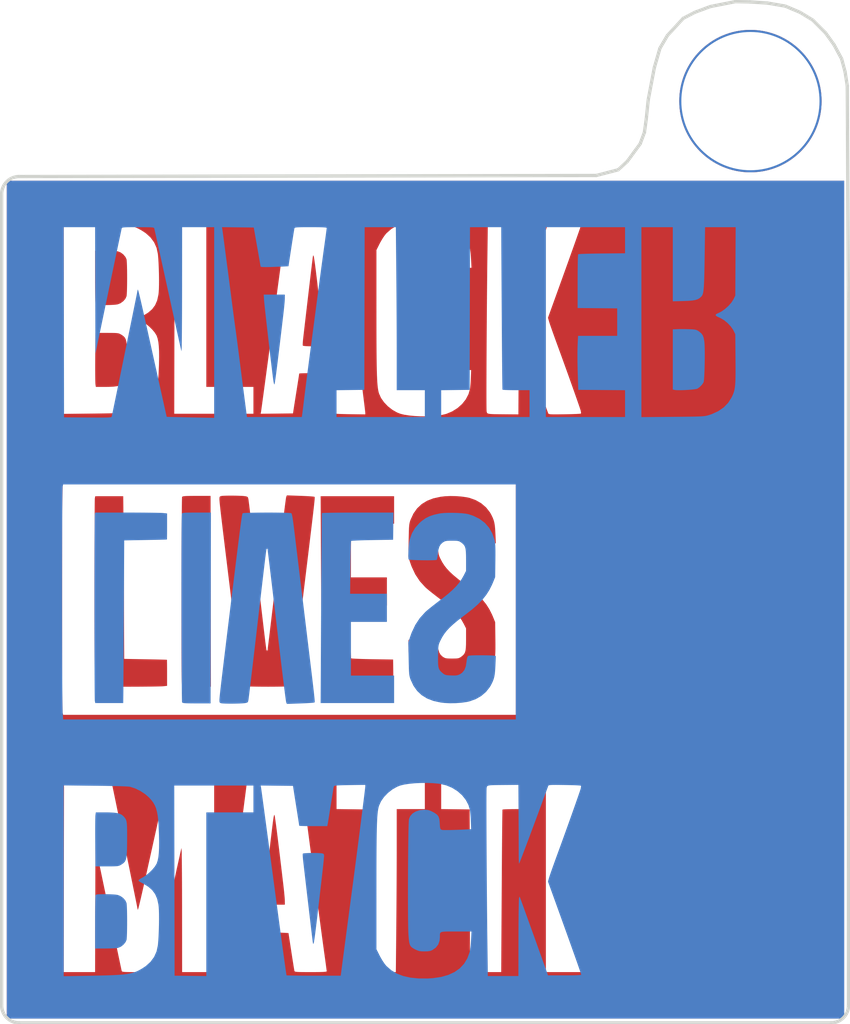
<source format=kicad_pcb>
(kicad_pcb (version 20201002) (generator pcbnew)

  (general
    (thickness 1.6)
  )

  (paper "A4")
  (layers
    (0 "F.Cu" signal)
    (31 "B.Cu" signal)
    (32 "B.Adhes" user "B.Adhesive")
    (33 "F.Adhes" user "F.Adhesive")
    (34 "B.Paste" user)
    (35 "F.Paste" user)
    (36 "B.SilkS" user "B.Silkscreen")
    (37 "F.SilkS" user "F.Silkscreen")
    (38 "B.Mask" user)
    (39 "F.Mask" user)
    (40 "Dwgs.User" user "User.Drawings")
    (41 "Cmts.User" user "User.Comments")
    (42 "Eco1.User" user "User.Eco1")
    (43 "Eco2.User" user "User.Eco2")
    (44 "Edge.Cuts" user)
    (45 "Margin" user)
    (46 "B.CrtYd" user "B.Courtyard")
    (47 "F.CrtYd" user "F.Courtyard")
    (48 "B.Fab" user)
    (49 "F.Fab" user)
  )

  (setup
    (stackup
      (layer "F.SilkS" (type "Top Silk Screen"))
      (layer "F.Paste" (type "Top Solder Paste"))
      (layer "F.Mask" (type "Top Solder Mask") (color "Green") (thickness 0.01))
      (layer "F.Cu" (type "copper") (thickness 0.035))
      (layer "dielectric 1" (type "core") (thickness 1.51) (material "FR4") (epsilon_r 4.5) (loss_tangent 0.02))
      (layer "B.Cu" (type "copper") (thickness 0.035))
      (layer "B.Mask" (type "Bottom Solder Mask") (color "Green") (thickness 0.01))
      (layer "B.Paste" (type "Bottom Solder Paste"))
      (layer "B.SilkS" (type "Bottom Silk Screen"))
      (copper_finish "None")
      (dielectric_constraints no)
    )
    (pcbplotparams
      (layerselection 0x00010fc_ffffffff)
      (disableapertmacros false)
      (usegerberextensions false)
      (usegerberattributes true)
      (usegerberadvancedattributes true)
      (creategerberjobfile true)
      (svguseinch false)
      (svgprecision 6)
      (excludeedgelayer true)
      (plotframeref false)
      (viasonmask false)
      (mode 1)
      (useauxorigin false)
      (hpglpennumber 1)
      (hpglpenspeed 20)
      (hpglpendiameter 15.000000)
      (psnegative false)
      (psa4output false)
      (plotreference true)
      (plotvalue true)
      (plotinvisibletext false)
      (sketchpadsonfab false)
      (subtractmaskfromsilk false)
      (outputformat 1)
      (mirror false)
      (drillshape 0)
      (scaleselection 1)
      (outputdirectory "gerbers/keychain-blm-1-inch-v3")
    )
  )


  (net 0 "")

  (module "art:blm-1-inch-cu" (layer "F.Cu") (tedit 0) (tstamp d2cc7fb9-1c0e-4b40-b3af-6334d149fcc5)
    (at 133.35 107.95)
    (attr through_hole)
    (fp_text reference "G***" (at 0 0) (layer "F.SilkS") hide
      (effects (font (size 1.524 1.524) (thickness 0.3)))
      (tstamp a4a4988a-a800-4b5e-972d-7ddcec7e8220)
    )
    (fp_text value "LOGO" (at 0.75 0) (layer "F.SilkS") hide
      (effects (font (size 1.524 1.524) (thickness 0.3)))
      (tstamp 725fc935-062b-4ed5-b3a2-7aaf5608aedf)
    )
    (fp_poly (pts (xy -4.57543 6.544274)
      (xy -4.5659 6.599532)
      (xy -4.552601 6.6896)
      (xy -4.535466 6.814999)
      (xy -4.51443 6.97625)
      (xy -4.489426 7.173872)
      (xy -4.460389 7.408388)
      (xy -4.427252 7.680317)
      (xy -4.38995 7.990181)
      (xy -4.348417 8.338498)
      (xy -4.307008 8.688321)
      (xy -4.293404 8.809835)
      (xy -4.281738 8.925942)
      (xy -4.272839 9.027426)
      (xy -4.267536 9.105073)
      (xy -4.266407 9.139766)
      (xy -4.266407 9.247187)
      (xy -4.906912 9.247187)
      (xy -4.895782 9.073554)
      (xy -4.89163 9.025338)
      (xy -4.883272 8.942198)
      (xy -4.87122 8.828614)
      (xy -4.85599 8.689068)
      (xy -4.838097 8.528041)
      (xy -4.818056 8.350014)
      (xy -4.796382 8.159467)
      (xy -4.77359 7.960883)
      (xy -4.750194 7.758741)
      (xy -4.72671 7.557524)
      (xy -4.703652 7.361712)
      (xy -4.681536 7.175787)
      (xy -4.660876 7.004228)
      (xy -4.642187 6.851518)
      (xy -4.625985 6.722138)
      (xy -4.622013 6.691088)
      (xy -4.610087 6.612852)
      (xy -4.597628 6.555047)
      (xy -4.586432 6.525066)
      (xy -4.581256 6.523307)) (layer "F.Cu") (width 0) (tstamp 1db941a3-15d0-4f92-a627-4b1c4bf05fcb))
    (fp_poly (pts (xy -0.9525 -2.301875)
      (xy -2.262188 -2.301875)
      (xy -2.262188 -0.674688)
      (xy -1.170782 -0.674688)
      (xy -1.170782 0.178593)
      (xy -2.286402 0.178593)
      (xy -2.279206 0.97074)
      (xy -2.277232 1.144462)
      (xy -2.274637 1.305832)
      (xy -2.271547 1.450526)
      (xy -2.268088 1.574224)
      (xy -2.264387 1.672601)
      (xy -2.260571 1.741337)
      (xy -2.256766 1.776109)
      (xy -2.255556 1.779372)
      (xy -2.232363 1.78371)
      (xy -2.174372 1.788246)
      (xy -2.086469 1.792778)
      (xy -1.97354 1.797108)
      (xy -1.840474 1.801034)
      (xy -1.692155 1.804358)
      (xy -1.610684 1.805781)
      (xy -0.982266 1.815703)
      (xy -0.976903 2.22746)
      (xy -0.971539 2.639218)
      (xy -2.052255 2.639218)
      (xy -2.255552 2.638953)
      (xy -2.446706 2.638189)
      (xy -2.622076 2.636978)
      (xy -2.778023 2.635368)
      (xy -2.910905 2.633409)
      (xy -3.017083 2.631152)
      (xy -3.092917 2.628645)
      (xy -3.134766 2.625939)
      (xy -3.142013 2.624335)
      (xy -3.143166 2.603105)
      (xy -3.144475 2.54441)
      (xy -3.145924 2.450476)
      (xy -3.147493 2.323524)
      (xy -3.149165 2.165779)
      (xy -3.150921 1.979464)
      (xy -3.152742 1.766803)
      (xy -3.154611 1.530018)
      (xy -3.156509 1.271334)
      (xy -3.158418 0.992973)
      (xy -3.16032 0.697159)
      (xy -3.162196 0.386116)
      (xy -3.164029 0.062067)
      (xy -3.165748 -0.26293)
      (xy -3.180442 -3.135313)
      (xy -0.9525 -3.135313)) (layer "F.Cu") (width 0) (tstamp 417e70ad-adb7-4729-ab9e-f0c10d600d7d))
    (fp_poly (pts (xy -3.395222 -10.426107)
      (xy -3.388201 -10.400995)
      (xy -3.379845 -10.358522)
      (xy -3.369846 -10.296588)
      (xy -3.357895 -10.213091)
      (xy -3.343685 -10.105933)
      (xy -3.326908 -9.973013)
      (xy -3.307255 -9.812231)
      (xy -3.284418 -9.621488)
      (xy -3.258089 -9.398682)
      (xy -3.227961 -9.141715)
      (xy -3.193724 -8.848487)
      (xy -3.174756 -8.685791)
      (xy -3.153756 -8.504119)
      (xy -3.134276 -8.332681)
      (xy -3.116797 -8.175925)
      (xy -3.101799 -8.038298)
      (xy -3.089763 -7.924247)
      (xy -3.081171 -7.838219)
      (xy -3.076503 -7.784661)
      (xy -3.075782 -7.770498)
      (xy -3.080719 -7.723709)
      (xy -3.103317 -7.701353)
      (xy -3.137793 -7.691934)
      (xy -3.189441 -7.685652)
      (xy -3.264331 -7.681587)
      (xy -3.353823 -7.679626)
      (xy -3.449279 -7.679655)
      (xy -3.542056 -7.681562)
      (xy -3.623517 -7.685232)
      (xy -3.685019 -7.690552)
      (xy -3.717924 -7.697409)
      (xy -3.720839 -7.699594)
      (xy -3.724118 -7.727055)
      (xy -3.722564 -7.783925)
      (xy -3.716605 -7.860274)
      (xy -3.712068 -7.902993)
      (xy -3.691044 -8.084599)
      (xy -3.668291 -8.280291)
      (xy -3.644262 -8.486244)
      (xy -3.61941 -8.698628)
      (xy -3.594187 -8.913619)
      (xy -3.569045 -9.127389)
      (xy -3.544436 -9.336111)
      (xy -3.520813 -9.535958)
      (xy -3.498628 -9.723104)
      (xy -3.478334 -9.893722)
      (xy -3.460382 -10.043985)
      (xy -3.445226 -10.170066)
      (xy -3.433317 -10.268138)
      (xy -3.425108 -10.334374)
      (xy -3.421084 -10.364736)
      (xy -3.416117 -10.394934)
      (xy -3.411356 -10.41827)
      (xy -3.406491 -10.432644)
      (xy -3.401216 -10.435956)) (layer "F.Cu") (width 0) (tstamp 43649590-bf98-4504-9e3f-afe81ea52168))
    (fp_poly (pts (xy -9.537628 -8.086044)
      (xy -9.44421 -8.084693)
      (xy -9.37683 -8.081528)
      (xy -9.328662 -8.075804)
      (xy -9.292881 -8.066773)
      (xy -9.262664 -8.053689)
      (xy -9.237755 -8.039711)
      (xy -9.18715 -8.007765)
      (xy -9.146636 -7.975035)
      (xy -9.11508 -7.936856)
      (xy -9.091352 -7.888562)
      (xy -9.074318 -7.825487)
      (xy -9.062848 -7.742965)
      (xy -9.05581 -7.636331)
      (xy -9.052071 -7.500919)
      (xy -9.0505 -7.332064)
      (xy -9.05026 -7.266788)
      (xy -9.05002 -7.099345)
      (xy -9.050939 -6.966409)
      (xy -9.053855 -6.862805)
      (xy -9.059607 -6.783354)
      (xy -9.069034 -6.722879)
      (xy -9.082975 -6.676203)
      (xy -9.102268 -6.638146)
      (xy -9.127754 -6.603533)
      (xy -9.16027 -6.567185)
      (xy -9.164316 -6.562854)
      (xy -9.213316 -6.521817)
      (xy -9.276705 -6.49117)
      (xy -9.359923 -6.46977)
      (xy -9.468412 -6.456477)
      (xy -9.607613 -6.450148)
      (xy -9.70598 -6.449219)
      (xy -9.998819 -6.449219)
      (xy -10.010829 -6.533555)
      (xy -10.013427 -6.572499)
      (xy -10.015515 -6.646066)
      (xy -10.017056 -6.749195)
      (xy -10.01801 -6.876825)
      (xy -10.01834 -7.023894)
      (xy -10.018007 -7.185341)
      (xy -10.017006 -7.35211)
      (xy -10.011172 -8.086329)
      (xy -9.663907 -8.086329)) (layer "F.Cu") (width 0) (tstamp 46a813e9-9403-4306-9623-5a1575b24f47))
    (fp_poly (pts (xy 0.922849 -3.138134)
      (xy 1.093719 -3.125244)
      (xy 1.248093 -3.103447)
      (xy 1.331177 -3.085415)
      (xy 1.522371 -3.017722)
      (xy 1.692572 -2.920061)
      (xy 1.837813 -2.795449)
      (xy 1.954127 -2.646906)
      (xy 1.990418 -2.583855)
      (xy 2.03327 -2.496823)
      (xy 2.064908 -2.417315)
      (xy 2.087428 -2.335813)
      (xy 2.102922 -2.242798)
      (xy 2.113487 -2.128752)
      (xy 2.120929 -1.990801)
      (xy 2.133203 -1.709493)
      (xy 2.076152 -1.698106)
      (xy 2.038041 -1.694386)
      (xy 1.967969 -1.691176)
      (xy 1.87366 -1.688689)
      (xy 1.76284 -1.687139)
      (xy 1.665811 -1.686719)
      (xy 1.53207 -1.687378)
      (xy 1.432885 -1.689605)
      (xy 1.363142 -1.693778)
      (xy 1.317729 -1.700275)
      (xy 1.291533 -1.709473)
      (xy 1.284351 -1.714891)
      (xy 1.267831 -1.749573)
      (xy 1.253376 -1.812854)
      (xy 1.244103 -1.887105)
      (xy 1.221275 -2.027026)
      (xy 1.177899 -2.135398)
      (xy 1.112193 -2.215639)
      (xy 1.051231 -2.257292)
      (xy 1.003241 -2.2803)
      (xy 0.957502 -2.293796)
      (xy 0.901824 -2.299628)
      (xy 0.824022 -2.299645)
      (xy 0.780664 -2.298321)
      (xy 0.692355 -2.294236)
      (xy 0.632595 -2.287502)
      (xy 0.590248 -2.275229)
      (xy 0.554178 -2.254527)
      (xy 0.524785 -2.231925)
      (xy 0.47305 -2.187146)
      (xy 0.43482 -2.144)
      (xy 0.408227 -2.095664)
      (xy 0.391404 -2.035315)
      (xy 0.382486 -1.956131)
      (xy 0.379603 -1.851289)
      (xy 0.38089 -1.713966)
      (xy 0.381023 -1.706563)
      (xy 0.383471 -1.584916)
      (xy 0.386547 -1.494913)
      (xy 0.391461 -1.428515)
      (xy 0.399425 -1.377681)
      (xy 0.41165 -1.334373)
      (xy 0.429347 -1.290551)
      (xy 0.450584 -1.244807)
      (xy 0.506019 -1.138316)
      (xy 0.569491 -1.038883)
      (xy 0.645111 -0.942245)
      (xy 0.736991 -0.844139)
      (xy 0.849243 -0.740301)
      (xy 0.985978 -0.626469)
      (xy 1.151307 -0.498379)
      (xy 1.22039 -0.446637)
      (xy 1.419695 -0.29156)
      (xy 1.586478 -0.14562)
      (xy 1.725208 -0.003571)
      (xy 1.840354 0.139828)
      (xy 1.936385 0.289821)
      (xy 2.01777 0.451652)
      (xy 2.049244 0.525859)
      (xy 2.113359 0.684609)
      (xy 2.119279 1.186399)
      (xy 2.120753 1.352874)
      (xy 2.120651 1.485276)
      (xy 2.118749 1.589198)
      (xy 2.114821 1.670232)
      (xy 2.108643 1.733971)
      (xy 2.09999 1.786007)
      (xy 2.094141 1.811477)
      (xy 2.025988 2.009209)
      (xy 1.927754 2.181085)
      (xy 1.799622 2.326928)
      (xy 1.641773 2.446559)
      (xy 1.454389 2.539799)
      (xy 1.299765 2.590904)
      (xy 1.215193 2.60714)
      (xy 1.101411 2.619573)
      (xy 0.968739 2.627965)
      (xy 0.827495 2.632077)
      (xy 0.687997 2.63167)
      (xy 0.560564 2.626507)
      (xy 0.455513 2.616347)
      (xy 0.423866 2.611175)
      (xy 0.258747 2.573838)
      (xy 0.122596 2.528174)
      (xy 0.004826 2.469131)
      (xy -0.105148 2.39166)
      (xy -0.188022 2.319227)
      (xy -0.315532 2.174126)
      (xy -0.413024 2.00795)
      (xy -0.476735 1.827944)
      (xy -0.495916 1.726406)
      (xy -0.506839 1.627148)
      (xy -0.5148 1.523114)
      (xy -0.519583 1.422526)
      (xy -0.520971 1.333606)
      (xy -0.518747 1.264578)
      (xy -0.512694 1.223665)
      (xy -0.509333 1.217187)
      (xy -0.484067 1.210834)
      (xy -0.426478 1.205272)
      (xy -0.343872 1.200599)
      (xy -0.24355 1.196913)
      (xy -0.132817 1.19431)
      (xy -0.018975 1.192886)
      (xy 0.090671 1.19274)
      (xy 0.188819 1.193968)
      (xy 0.268165 1.196667)
      (xy 0.321405 1.200935)
      (xy 0.340709 1.205896)
      (xy 0.351351 1.233563)
      (xy 0.362677 1.290199)
      (xy 0.372705 1.365178)
      (xy 0.375336 1.39152)
      (xy 0.391917 1.513029)
      (xy 0.418608 1.603755)
      (xy 0.459196 1.672093)
      (xy 0.517471 1.72644)
      (xy 0.530681 1.735759)
      (xy 0.568448 1.758957)
      (xy 0.606035 1.773689)
      (xy 0.653754 1.781839)
      (xy 0.721913 1.78529)
      (xy 0.8053 1.785937)
      (xy 0.898035 1.785228)
      (xy 0.961442 1.78169)
      (xy 1.005876 1.773204)
      (xy 1.04169 1.757653)
      (xy 1.079239 1.732919)
      (xy 1.085073 1.728712)
      (xy 1.134131 1.689677)
      (xy 1.170828 1.649206)
      (xy 1.196918 1.600934)
      (xy 1.214156 1.538497)
      (xy 1.224298 1.45553)
      (xy 1.229098 1.345668)
      (xy 1.230312 1.202546)
      (xy 1.230312 0.872134)
      (xy 1.162466 0.738684)
      (xy 1.096056 0.620862)
      (xy 1.018366 0.509136)
      (xy 0.925056 0.398999)
      (xy 0.811788 0.285944)
      (xy 0.674224 0.165464)
      (xy 0.508027 0.03305)
      (xy 0.416718 -0.036137)
      (xy 0.311075 -0.116378)
      (xy 0.207665 -0.197142)
      (xy 0.114194 -0.27225)
      (xy 0.038367 -0.335523)
      (xy -0.007288 -0.376166)
      (xy -0.17275 -0.55838)
      (xy -0.310566 -0.766787)
      (xy -0.421937 -1.003357)
      (xy -0.467498 -1.131018)
      (xy -0.520935 -1.296089)
      (xy -0.511232 -1.794021)
      (xy -0.50801 -1.949196)
      (xy -0.504757 -2.070596)
      (xy -0.50092 -2.164132)
      (xy -0.495944 -2.235713)
      (xy -0.489276 -2.29125)
      (xy -0.480364 -2.336652)
      (xy -0.468652 -2.377829)
      (xy -0.453589 -2.42069)
      (xy -0.452179 -2.424484)
      (xy -0.365312 -2.610805)
      (xy -0.253808 -2.767884)
      (xy -0.11655 -2.896482)
      (xy 0.047576 -2.997361)
      (xy 0.239685 -3.071283)
      (xy 0.460893 -3.119007)
      (xy 0.586664 -3.133626)
      (xy 0.749244 -3.141225)) (layer "F.Cu") (width 0) (tstamp 4b1a0cb7-b19a-4628-806b-b3ff720b6ec7))
    (fp_poly (pts (xy -3.794501 -3.146861)
      (xy -3.670437 -3.141926)
      (xy -3.559896 -3.136251)
      (xy -3.469006 -3.130253)
      (xy -3.403895 -3.124354)
      (xy -3.370689 -3.118972)
      (xy -3.368 -3.117673)
      (xy -3.36516 -3.114353)
      (xy -3.362887 -3.109044)
      (xy -3.36141 -3.099748)
      (xy -3.360953 -3.084467)
      (xy -3.361742 -3.061202)
      (xy -3.364004 -3.027955)
      (xy -3.367965 -2.982729)
      (xy -3.373851 -2.923526)
      (xy -3.381887 -2.848347)
      (xy -3.3923 -2.755194)
      (xy -3.405315 -2.642069)
      (xy -3.42116 -2.506974)
      (xy -3.440059 -2.347912)
      (xy -3.462238 -2.162884)
      (xy -3.487925 -1.949891)
      (xy -3.517344 -1.706937)
      (xy -3.550721 -1.432022)
      (xy -3.588284 -1.12315)
      (xy -3.630257 -0.778321)
      (xy -3.663414 -0.506016)
      (xy -3.700181 -0.204082)
      (xy -3.736472 0.093948)
      (xy -3.771895 0.38485)
      (xy -3.806057 0.665396)
      (xy -3.838565 0.932362)
      (xy -3.869027 1.18252)
      (xy -3.897049 1.412644)
      (xy -3.922238 1.619509)
      (xy -3.944203 1.799889)
      (xy -3.96255 1.950558)
      (xy -3.976885 2.068289)
      (xy -3.986818 2.149857)
      (xy -3.986834 2.149993)
      (xy -4.007647 2.313902)
      (xy -4.025708 2.440485)
      (xy -4.04141 2.531981)
      (xy -4.055149 2.590626)
      (xy -4.067318 2.618658)
      (xy -4.069885 2.620979)
      (xy -4.096807 2.62586)
      (xy -4.157318 2.629965)
      (xy -4.246021 2.633303)
      (xy -4.357517 2.63588)
      (xy -4.486407 2.637706)
      (xy -4.627295 2.638789)
      (xy -4.774781 2.639136)
      (xy -4.923467 2.638756)
      (xy -5.067956 2.637657)
      (xy -5.202848 2.635847)
      (xy -5.322746 2.633335)
      (xy -5.422252 2.630128)
      (xy -5.495967 2.626236)
      (xy -5.538493 2.621665)
      (xy -5.54672 2.618742)
      (xy -5.551317 2.607832)
      (xy -5.556712 2.587614)
      (xy -5.563175 2.556044)
      (xy -5.570976 2.511078)
      (xy -5.580384 2.450673)
      (xy -5.591668 2.372783)
      (xy -5.605099 2.275366)
      (xy -5.620945 2.156378)
      (xy -5.639477 2.013774)
      (xy -5.660963 1.845511)
      (xy -5.685674 1.649545)
      (xy -5.713878 1.423832)
      (xy -5.745846 1.166328)
      (xy -5.781847 0.874988)
      (xy -5.82215 0.54777)
      (xy -5.854116 0.287734)
      (xy -5.906354 -0.137629)
      (xy -5.953928 -0.525354)
      (xy -5.997046 -0.877192)
      (xy -6.035916 -1.194892)
      (xy -6.070746 -1.480205)
      (xy -6.101745 -1.73488)
      (xy -6.129119 -1.960667)
      (xy -6.153078 -2.159316)
      (xy -6.173829 -2.332578)
      (xy -6.191581 -2.482202)
      (xy -6.20654 -2.609938)
      (xy -6.218917 -2.717536)
      (xy -6.228918 -2.806746)
      (xy -6.236751 -2.879317)
      (xy -6.242626 -2.937001)
      (xy -6.246748 -2.981546)
      (xy -6.249328 -3.014703)
      (xy -6.250572 -3.038221)
      (xy -6.250765 -3.048497)
      (xy -6.248025 -3.101291)
      (xy -6.234048 -3.127551)
      (xy -6.20024 -3.140346)
      (xy -6.18877 -3.142754)
      (xy -6.140323 -3.147897)
      (xy -6.061659 -3.151285)
      (xy -5.962208 -3.152975)
      (xy -5.8514 -3.153023)
      (xy -5.738665 -3.151487)
      (xy -5.633432 -3.148423)
      (xy -5.545132 -3.143887)
      (xy -5.48749 -3.138536)
      (xy -5.428264 -3.128546)
      (xy -5.396613 -3.113354)
      (xy -5.380574 -3.084306)
      (xy -5.373312 -3.055938)
      (xy -5.368631 -3.025798)
      (xy -5.35977 -2.959315)
      (xy -5.347102 -2.859572)
      (xy -5.330999 -2.729653)
      (xy -5.311835 -2.57264)
      (xy -5.289983 -2.391616)
      (xy -5.265816 -2.189663)
      (xy -5.239707 -1.969866)
      (xy -5.212029 -1.735306)
      (xy -5.183156 -1.489066)
      (xy -5.169167 -1.369219)
      (xy -5.123204 -0.974854)
      (xy -5.081611 -0.61802)
      (xy -5.044156 -0.296831)
      (xy -5.010608 -0.009396)
      (xy -4.980738 0.246171)
      (xy -4.954314 0.471759)
      (xy -4.931105 0.669256)
      (xy -4.910882 0.84055)
      (xy -4.893412 0.98753)
      (xy -4.878466 1.112084)
      (xy -4.865813 1.216099)
      (xy -4.855222 1.301465)
      (xy -4.846462 1.370069)
      (xy -4.839303 1.423799)
      (xy -4.833514 1.464544)
      (xy -4.828864 1.494191)
      (xy -4.825123 1.51463)
      (xy -4.822059 1.527748)
      (xy -4.819443 1.535433)
      (xy -4.817043 1.539574)
      (xy -4.814629 1.542059)
      (xy -4.813308 1.543307)
      (xy -4.794599 1.546678)
      (xy -4.794039 1.546158)
      (xy -4.790715 1.525769)
      (xy -4.783087 1.468418)
      (xy -4.77145 1.37656)
      (xy -4.756101 1.252654)
      (xy -4.737335 1.099157)
      (xy -4.71545 0.918526)
      (xy -4.690741 0.713217)
      (xy -4.663504 0.485689)
      (xy -4.634035 0.238398)
      (xy -4.602631 -0.026198)
      (xy -4.569587 -0.305643)
      (xy -4.535201 -0.59748)
      (xy -4.516432 -0.757191)
      (xy -4.481267 -1.055683)
      (xy -4.44709 -1.343783)
      (xy -4.414213 -1.618967)
      (xy -4.382948 -1.878712)
      (xy -4.353607 -2.120495)
      (xy -4.326502 -2.341792)
      (xy -4.301943 -2.540079)
      (xy -4.280242 -2.712834)
      (xy -4.261712 -2.857532)
      (xy -4.246664 -2.97165)
      (xy -4.235408 -3.052665)
      (xy -4.228258 -3.098053)
      (xy -4.226308 -3.10663)
      (xy -4.205641 -3.160986)) (layer "F.Cu") (width 0) (tstamp 510ba7e8-954d-4789-9f7c-cebf039b5d6c))
    (fp_poly (pts (xy -6.513645 -0.253008)
      (xy -6.508618 2.639218)
      (xy -6.943124 2.639218)
      (xy -7.087149 2.638908)
      (xy -7.196346 2.637748)
      (xy -7.275571 2.635399)
      (xy -7.329681 2.631517)
      (xy -7.363532 2.625763)
      (xy -7.38198 2.617795)
      (xy -7.389674 2.60783)
      (xy -7.391694 2.582995)
      (xy -7.39352 2.521343)
      (xy -7.395157 2.425594)
      (xy -7.396607 2.298472)
      (xy -7.397874 2.142696)
      (xy -7.398962 1.960991)
      (xy -7.399874 1.756076)
      (xy -7.400614 1.530674)
      (xy -7.401184 1.287508)
      (xy -7.40159 1.029298)
      (xy -7.401834 0.758766)
      (xy -7.401919 0.478635)
      (xy -7.401849 0.191626)
      (xy -7.401629 -0.099539)
      (xy -7.40126 -0.392138)
      (xy -7.400747 -0.683449)
      (xy -7.400093 -0.97075)
      (xy -7.399302 -1.251321)
      (xy -7.398377 -1.522437)
      (xy -7.397322 -1.781379)
      (xy -7.39614 -2.025424)
      (xy -7.394835 -2.25185)
      (xy -7.393409 -2.457936)
      (xy -7.391868 -2.640959)
      (xy -7.390214 -2.798198)
      (xy -7.38845 -2.926931)
      (xy -7.386581 -3.024436)
      (xy -7.384609 -3.087991)
      (xy -7.382539 -3.114874)
      (xy -7.382309 -3.115469)
      (xy -7.370342 -3.125561)
      (xy -7.345656 -3.133155)
      (xy -7.303379 -3.138581)
      (xy -7.238639 -3.142166)
      (xy -7.146563 -3.144239)
      (xy -7.022278 -3.14513)
      (xy -6.94109 -3.145235)
      (xy -6.518672 -3.145235)) (layer "F.Cu") (width 0) (tstamp af25ba3c-f842-4c82-a153-421e3398cf7e))
    (fp_poly (pts (xy 7.779543 6.350168)
      (xy 7.886674 6.354373)
      (xy 7.99463 6.361043)
      (xy 8.094368 6.369672)
      (xy 8.176844 6.379754)
      (xy 8.233016 6.390782)
      (xy 8.24798 6.396263)
      (xy 8.318942 6.446858)
      (xy 8.387179 6.517549)
      (xy 8.433196 6.585648)
      (xy 8.441301 6.620822)
      (xy 8.448655 6.689441)
      (xy 8.455139 6.785265)
      (xy 8.460633 6.902056)
      (xy 8.465017 7.033576)
      (xy 8.468172 7.173586)
      (xy 8.469978 7.315849)
      (xy 8.470315 7.454125)
      (xy 8.469063 7.582176)
      (xy 8.466104 7.693765)
      (xy 8.461316 7.782651)
      (xy 8.457009 7.826534)
      (xy 8.438411 7.9324)
      (xy 8.410494 8.010054)
      (xy 8.366927 8.070859)
      (xy 8.301381 8.126178)
      (xy 8.282895 8.139072)
      (xy 8.244587 8.162775)
      (xy 8.206306 8.178605)
      (xy 8.158263 8.18854)
      (xy 8.090669 8.194558)
      (xy 7.993737 8.198637)
      (xy 7.987109 8.198853)
      (xy 7.880283 8.201278)
      (xy 7.77157 8.202046)
      (xy 7.677049 8.201115)
      (xy 7.634882 8.199772)
      (xy 7.500937 8.193655)
      (xy 7.500937 6.370599)
      (xy 7.553523 6.357401)
      (xy 7.603925 6.351176)
      (xy 7.682279 6.348933)) (layer "F.Cu") (width 0) (tstamp bd7f89be-b646-4bce-9e87-3d86a3fc51dd))
    (fp_poly (pts (xy 12.7 12.7)
      (xy -12.7 12.7)
      (xy -12.7 11.291803)
      (xy -6.173338 11.291803)
      (xy -5.691162 11.286487)
      (xy -5.208985 11.281171)
      (xy -5.105792 10.695781)
      (xy -5.079822 10.548159)
      (xy -5.056183 10.413215)
      (xy -5.035734 10.295892)
      (xy -5.019331 10.201132)
      (xy -5.007833 10.133879)
      (xy -5.002098 10.099076)
      (xy -5.001612 10.095507)
      (xy -4.981326 10.087256)
      (xy -4.922369 10.082546)
      (xy -4.825598 10.081381)
      (xy -4.691873 10.083763)
      (xy -4.522051 10.089696)
      (xy -4.434608 10.093501)
      (xy -4.156325 10.106233)
      (xy -4.070665 10.663937)
      (xy -4.048174 10.809446)
      (xy -4.027224 10.943247)
      (xy -4.008673 11.059997)
      (xy -3.993379 11.154352)
      (xy -3.9822 11.220968)
      (xy -3.975994 11.254502)
      (xy -3.97554 11.256367)
      (xy -3.969856 11.267227)
      (xy -3.956355 11.275567)
      (xy -3.93036 11.281717)
      (xy -3.887198 11.286003)
      (xy -3.822195 11.288755)
      (xy -3.730674 11.290301)
      (xy -3.607963 11.29097)
      (xy -3.481241 11.291093)
      (xy -3.323306 11.290654)
      (xy -3.201304 11.289208)
      (xy -3.111487 11.286559)
      (xy -3.050108 11.282516)
      (xy -3.013421 11.276883)
      (xy -2.997679 11.269466)
      (xy -2.996407 11.265992)
      (xy -2.999078 11.240143)
      (xy -3.006592 11.180597)
      (xy -3.0182 11.092949)
      (xy -3.033152 10.982795)
      (xy -3.050699 10.855728)
      (xy -3.06618 10.745094)
      (xy -3.083485 10.620777)
      (xy -3.105031 10.463814)
      (xy -3.129912 10.280912)
      (xy -3.157226 10.078775)
      (xy -3.186067 9.864112)
      (xy -3.215531 9.643627)
      (xy -3.244715 9.424028)
      (xy -3.265468 9.267031)
      (xy -3.296554 9.031357)
      (xy -3.330747 8.772294)
      (xy -3.366741 8.499732)
      (xy -3.403227 8.223559)
      (xy -3.438901 7.953663)
      (xy -3.472456 7.699935)
      (xy -3.502584 7.472262)
      (xy -3.511924 7.401718)
      (xy -3.53864 7.199035)
      (xy -3.56573 6.991764)
      (xy -3.592307 6.786817)
      (xy -3.617483 6.591105)
      (xy -3.64037 6.411539)
      (xy -3.660081 6.25503)
      (xy -3.675728 6.128489)
      (xy -3.680144 6.092031)
      (xy -3.695873 5.962172)
      (xy -3.710646 5.842082)
      (xy -3.7236 5.738629)
      (xy -3.733871 5.658685)
      (xy -3.740598 5.609118)
      (xy -3.741844 5.600898)
      (xy -3.752268 5.536406)
      (xy -2.69875 5.536406)
      (xy -2.69875 6.34921)
      (xy -2.277071 6.354566)
      (xy -1.855391 6.359921)
      (xy -1.850353 8.825507)
      (xy -1.845314 11.291093)
      (xy -0.899484 11.291093)
      (xy -0.886321 9.996289)
      (xy -0.883795 9.725933)
      (xy -0.881427 9.430279)
      (xy -0.879265 9.118126)
      (xy -0.877356 8.798272)
      (xy -0.875745 8.479515)
      (xy -0.874482 8.170654)
      (xy -0.873611 7.880487)
      (xy -0.873181 7.617814)
      (xy -0.873142 7.525742)
      (xy -0.873125 6.35)
      (xy -0.019844 6.35)
      (xy -0.019844 5.536406)
      (xy 0.47625 5.536406)
      (xy 0.47625 6.349226)
      (xy 0.907851 6.354573)
      (xy 1.339453 6.359921)
      (xy 1.344491 8.825507)
      (xy 1.34953 11.291093)
      (xy 2.296562 11.291093)
      (xy 2.311238 8.835429)
      (xy 2.313156 8.526434)
      (xy 2.315143 8.228436)
      (xy 2.317176 7.943844)
      (xy 2.319234 7.675065)
      (xy 2.321291 7.424506)
      (xy 2.323327 7.194574)
      (xy 2.325316 6.987678)
      (xy 2.327237 6.806225)
      (xy 2.329067 6.652622)
      (xy 2.330781 6.529277)
      (xy 2.332357 6.438597)
      (xy 2.333773 6.382989)
      (xy 2.334909 6.364882)
      (xy 2.356576 6.360395)
      (xy 2.411878 6.35645)
      (xy 2.494765 6.353265)
      (xy 2.599186 6.351056)
      (xy 2.719089 6.350041)
      (xy 2.74953 6.35)
      (xy 3.155156 6.35)
      (xy 3.155156 5.536406)
      (xy 3.65125 5.536406)
      (xy 3.65125 11.291093)
      (xy 6.052343 11.291093)
      (xy 6.548437 11.291093)
      (xy 7.500937 11.291093)
      (xy 7.500937 9.044671)
      (xy 7.823398 9.052326)
      (xy 7.97474 9.057953)
      (xy 8.092878 9.067854)
      (xy 8.184212 9.083667)
      (xy 8.255137 9.10703)
      (xy 8.312051 9.139585)
      (xy 8.361351 9.182968)
      (xy 8.370263 9.192437)
      (xy 8.387849 9.215204)
      (xy 8.402874 9.244412)
      (xy 8.415599 9.283309)
      (xy 8.426284 9.335144)
      (xy 8.435191 9.403167)
      (xy 8.442582 9.490625)
      (xy 8.448716 9.600768)
      (xy 8.453856 9.736843)
      (xy 8.458263 9.902102)
      (xy 8.462198 10.09979)
      (xy 8.465921 10.333159)
      (xy 8.466788 10.393164)
      (xy 8.479576 11.291093)
      (xy 9.407599 11.291093)
      (xy 9.396015 9.217421)
      (xy 9.340567 9.104509)
      (xy 9.278086 9.00636)
      (xy 9.189815 8.905933)
      (xy 9.086114 8.812425)
      (xy 8.977343 8.73503)
      (xy 8.873862 8.682944)
      (xy 8.860234 8.678145)
      (xy 8.818818 8.657118)
      (xy 8.800732 8.633372)
      (xy 8.800703 8.63254)
      (xy 8.804321 8.615195)
      (xy 8.819871 8.598576)
      (xy 8.854392 8.578061)
      (xy 8.914924 8.549029)
      (xy 8.956989 8.529945)
      (xy 9.059117 8.469644)
      (xy 9.163038 8.384017)
      (xy 9.256634 8.284766)
      (xy 9.327791 8.183596)
      (xy 9.340688 8.159304)
      (xy 9.396015 8.04664)
      (xy 9.402294 7.304644)
      (xy 9.40381 7.085718)
      (xy 9.404038 6.902084)
      (xy 9.402536 6.749355)
      (xy 9.398864 6.623142)
      (xy 9.39258 6.519059)
      (xy 9.383244 6.432718)
      (xy 9.370416 6.359733)
      (xy 9.353654 6.295716)
      (xy 9.332519 6.236281)
      (xy 9.306568 6.177039)
      (xy 9.284453 6.131639)
      (xy 9.180823 5.968075)
      (xy 9.045949 5.828866)
      (xy 8.880063 5.714191)
      (xy 8.683396 5.624229)
      (xy 8.592202 5.594016)
      (xy 8.556434 5.583735)
      (xy 8.521399 5.575127)
      (xy 8.48323 5.568005)
      (xy 8.438065 5.562184)
      (xy 8.382039 5.557479)
      (xy 8.311288 5.553703)
      (xy 8.221946 5.550672)
      (xy 8.110151 5.548199)
      (xy 7.972037 5.546099)
      (xy 7.80374 5.544186)
      (xy 7.601396 5.542274)
      (xy 7.495976 5.541345)
      (xy 6.548437 5.533093)
      (xy 6.548437 11.291093)
      (xy 6.052343 11.291093)
      (xy 6.052343 10.500065)
      (xy 5.349519 10.493743)
      (xy 5.186104 10.491826)
      (xy 5.035223 10.489197)
      (xy 4.90148 10.486003)
      (xy 4.78948 10.482389)
      (xy 4.703828 10.478502)
      (xy 4.649129 10.474488)
      (xy 4.630183 10.470901)
      (xy 4.626603 10.448084)
      (xy 4.623289 10.38986)
      (xy 4.620329 10.300509)
      (xy 4.617808 10.184313)
      (xy 4.61581 10.045551)
      (xy 4.614424 9.888504)
      (xy 4.613733 9.717452)
      (xy 4.613671 9.647385)
      (xy 4.613671 8.84039)
      (xy 5.213945 8.835138)
      (xy 5.814218 8.829886)
      (xy 5.814218 7.997031)
      (xy 4.627719 7.997031)
      (xy 4.613407 7.710732)
      (xy 4.610084 7.608873)
      (xy 4.608452 7.4769)
      (xy 4.608478 7.324347)
      (xy 4.610127 7.16075)
      (xy 4.613367 6.995644)
      (xy 4.616305 6.892177)
      (xy 4.633515 6.359921)
      (xy 5.342929 6.35471)
      (xy 6.052343 6.349498)
      (xy 6.052343 5.536406)
      (xy 3.65125 5.536406)
      (xy 3.155156 5.536406)
      (xy 0.47625 5.536406)
      (xy -0.019844 5.536406)
      (xy -2.69875 5.536406)
      (xy -3.752268 5.536406)
      (xy -5.414912 5.536406)
      (xy -5.426643 5.620742)
      (xy -5.431367 5.656139)
      (xy -5.440641 5.726944)
      (xy -5.453953 5.829202)
      (xy -5.47079 5.958956)
      (xy -5.490641 6.112252)
      (xy -5.512992 6.285134)
      (xy -5.537331 6.473646)
      (xy -5.563146 6.673833)
      (xy -5.576392 6.77664)
      (xy -5.610258 7.039494)
      (xy -5.639508 7.266314)
      (xy -5.66458 7.460431)
      (xy -5.68591 7.625176)
      (xy -5.703937 7.763878)
      (xy -5.719098 7.87987)
      (xy -5.731829 7.976482)
      (xy -5.742568 8.057044)
      (xy -5.751753 8.124887)
      (xy -5.75982 8.183341)
      (xy -5.767208 8.235739)
      (xy -5.774353 8.285409)
      (xy -5.775701 8.294687)
      (xy -5.782477 8.343463)
      (xy -5.79363 8.426367)
      (xy -5.808468 8.538164)
      (xy -5.826304 8.673618)
      (xy -5.846449 8.827495)
      (xy -5.868213 8.994559)
      (xy -5.890906 9.169576)
      (xy -5.893245 9.187656)
      (xy -5.916106 9.364221)
      (xy -5.938183 9.534259)
      (xy -5.958769 9.692369)
      (xy -5.97716 9.833152)
      (xy -5.99265 9.951208)
      (xy -6.004533 10.041138)
      (xy -6.012104 10.097541)
      (xy -6.012505 10.100468)
      (xy -6.02114 10.164364)
      (xy -6.03379 10.259499)
      (xy -6.049385 10.37775)
      (xy -6.066856 10.510995)
      (xy -6.085132 10.651113)
      (xy -6.092226 10.705703)
      (xy -6.109732 10.839751)
      (xy -6.126157 10.963985)
      (xy -6.140618 11.071847)
      (xy -6.152232 11.156778)
      (xy -6.160115 11.212222)
      (xy -6.162403 11.226956)
      (xy -6.173338 11.291803)
      (xy -12.7 11.291803)
      (xy -12.7 11.291093)
      (xy -10.973727 11.291093)
      (xy -10.021292 11.291093)
      (xy -10.016232 9.373657)
      (xy -10.011172 7.456222)
      (xy -9.617703 9.338931)
      (xy -9.56173 9.606639)
      (xy -9.507936 9.863692)
      (xy -9.456892 10.10738)
      (xy -9.409166 10.334999)
      (xy -9.365327 10.543839)
      (xy -9.325944 10.731196)
      (xy -9.291588 10.894361)
      (xy -9.262827 11.030627)
      (xy -9.24023 11.137288)
      (xy -9.224366 11.211637)
      (xy -9.215805 11.250966)
      (xy -9.21453 11.256367)
      (xy -9.208758 11.267241)
      (xy -9.195165 11.275588)
      (xy -9.169066 11.281739)
      (xy -9.125779 11.286024)
      (xy -9.06062 11.288771)
      (xy -8.968905 11.290311)
      (xy -8.845951 11.290973)
      (xy -8.721329 11.291093)
      (xy -8.569847 11.290896)
      (xy -8.45336 11.290083)
      (xy -8.367177 11.288325)
      (xy -8.306606 11.285293)
      (xy -8.266957 11.280656)
      (xy -8.243538 11.274085)
      (xy -8.231657 11.265249)
      (xy -8.227319 11.256367)
      (xy -8.221625 11.232336)
      (xy -8.208038 11.172288)
      (xy -8.187168 11.078974)
      (xy -8.159623 10.955143)
      (xy -8.126011 10.803547)
      (xy -8.086939 10.626933)
      (xy -8.043017 10.428054)
      (xy -7.994853 10.209658)
      (xy -7.943055 9.974496)
      (xy -7.88823 9.725318)
      (xy -7.830988 9.464874)
      (xy -7.818043 9.405937)
      (xy -7.760193 9.142712)
      (xy -7.704507 8.889684)
      (xy -7.651603 8.649654)
      (xy -7.602104 8.425421)
      (xy -7.556629 8.219786)
      (xy -7.515799 8.035547)
      (xy -7.480235 7.875504)
      (xy -7.450558 7.742458)
      (xy -7.427388 7.639209)
      (xy -7.411346 7.568555)
      (xy -7.403052 7.533298)
      (xy -7.402367 7.530703)
      (xy -7.399825 7.541067)
      (xy -7.397382 7.588831)
      (xy -7.395063 7.67171)
      (xy -7.392891 7.787417)
      (xy -7.390888 7.933665)
      (xy -7.389078 8.108168)
      (xy -7.387483 8.308639)
      (xy -7.386128 8.532791)
      (xy -7.385034 8.778339)
      (xy -7.384225 9.042995)
      (xy -7.383725 9.324472)
      (xy -7.383665 9.381132)
      (xy -7.381875 11.291093)
      (xy -6.409532 11.291093)
      (xy -6.409532 5.510435)
      (xy -7.128453 5.52466)
      (xy -7.293035 5.528014)
      (xy -7.444495 5.531289)
      (xy -7.578398 5.534374)
      (xy -7.690314 5.537159)
      (xy -7.775809 5.539534)
      (xy -7.830451 5.541389)
      (xy -7.849803 5.542606)
      (xy -7.854348 5.562076)
      (xy -7.866894 5.617664)
      (xy -7.886856 5.70674)
      (xy -7.913649 5.826676)
      (xy -7.946687 5.974842)
      (xy -7.985384 6.148607)
      (xy -8.029156 6.345344)
      (xy -8.077417 6.562422)
      (xy -8.129582 6.797212)
      (xy -8.185064 7.047085)
      (xy -8.243279 7.30941)
      (xy -8.27256 7.441406)
      (xy -8.345842 7.771536)
      (xy -8.411081 8.064802)
      (xy -8.468722 8.323105)
      (xy -8.519212 8.548349)
      (xy -8.562996 8.742439)
      (xy -8.60052 8.907277)
      (xy -8.632231 9.044766)
      (xy -8.658573 9.156811)
      (xy -8.679992 9.245315)
      (xy -8.696935 9.312181)
      (xy -8.709847 9.359313)
      (xy -8.719174 9.388615)
      (xy -8.725362 9.401989)
      (xy -8.728857 9.401339)
      (xy -8.729907 9.394107)
      (xy -8.734031 9.37148)
      (xy -8.745502 9.313211)
      (xy -8.763657 9.222531)
      (xy -8.787834 9.10267)
      (xy -8.817374 8.956856)
      (xy -8.851612 8.78832)
      (xy -8.889888 8.600292)
      (xy -8.931541 8.396002)
      (xy -8.975908 8.178679)
      (xy -9.022328 7.951553)
      (xy -9.070138 7.717854)
      (xy -9.118678 7.480812)
      (xy -9.167286 7.243657)
      (xy -9.2153 7.009618)
      (xy -9.262058 6.781925)
      (xy -9.306898 6.563809)
      (xy -9.34916 6.358499)
      (xy -9.38818 6.169224)
      (xy -9.423299 5.999215)
      (xy -9.453852 5.851701)
      (xy -9.47918 5.729913)
      (xy -9.498621 5.637079)
      (xy -9.511512 5.576431)
      (xy -9.517192 5.551197)
      (xy -9.517238 5.551043)
      (xy -9.522137 5.541894)
      (xy -9.533276 5.534546)
      (xy -9.554496 5.528841)
      (xy -9.589636 5.524622)
      (xy -9.642537 5.521732)
      (xy -9.717041 5.520015)
      (xy -9.816987 5.519314)
      (xy -9.946215 5.519471)
      (xy -10.108567 5.520329)
      (xy -10.245752 5.521277)
      (xy -10.963672 5.526484)
      (xy -10.9687 8.408789)
      (xy -10.973727 11.291093)
      (xy -12.7 11.291093)
      (xy -12.7 0.257599)
      (xy -11.022871 0.257599)
      (xy -11.022781 0.576642)
      (xy -11.022557 0.891169)
      (xy -11.022198 1.198652)
      (xy -11.021703 1.496563)
      (xy -11.021074 1.782374)
      (xy -11.020308 2.053557)
      (xy -11.019407 2.307584)
      (xy -11.018368 2.541925)
      (xy -11.017193 2.754055)
      (xy -11.01588 2.941443)
      (xy -11.014429 3.101563)
      (xy -11.01284 3.231885)
      (xy -11.011112 3.329882)
      (xy -11.009246 3.393026)
      (xy -11.007422 3.418085)
      (xy -10.99164 3.4925)
      (xy 2.738437 3.4925)
      (xy 2.738437 -3.631407)
      (xy -10.989523 -3.631407)
      (xy -11.006363 -3.398243)
      (xy -11.008369 -3.350778)
      (xy -11.010247 -3.267378)
      (xy -11.011996 -3.150572)
      (xy -11.013616 -3.002887)
      (xy -11.015108 -2.826852)
      (xy -11.016469 -2.624995)
      (xy -11.017701 -2.399844)
      (xy -11.018802 -2.153927)
      (xy -11.019773 -1.889772)
      (xy -11.020612 -1.609908)
      (xy -11.02132 -1.316863)
      (xy -11.021895 -1.013164)
      (xy -11.022339 -0.701341)
      (xy -11.022649 -0.38392)
      (xy -11.022827 -0.063431)
      (xy -11.022871 0.257599)
      (xy -12.7 0.257599)
      (xy -12.7 -5.631815)
      (xy -10.973594 -5.631815)
      (xy -10.667258 -5.63493)
      (xy -5.001556 -5.63493)
      (xy -4.510135 -5.640239)
      (xy -4.018714 -5.645547)
      (xy -4.002389 -5.754688)
      (xy -3.994682 -5.80492)
      (xy -3.981799 -5.887419)
      (xy -3.96483 -5.995264)
      (xy -3.944868 -6.121532)
      (xy -3.923002 -6.259301)
      (xy -3.907954 -6.353821)
      (xy -3.886555 -6.488485)
      (xy -3.867393 -6.609882)
      (xy -3.851312 -6.712606)
      (xy -3.839154 -6.791252)
      (xy -3.831761 -6.840416)
      (xy -3.829844 -6.854876)
      (xy -3.810958 -6.85813)
      (xy -3.758124 -6.861006)
      (xy -3.677084 -6.863353)
      (xy -3.573577 -6.865023)
      (xy -3.453343 -6.865866)
      (xy -3.40478 -6.865938)
      (xy -2.979716 -6.865938)
      (xy -2.968183 -6.811368)
      (xy -2.962026 -6.777309)
      (xy -2.950724 -6.709973)
      (xy -2.935241 -6.615295)
      (xy -2.916541 -6.499213)
      (xy -2.895589 -6.367663)
      (xy -2.877147 -6.250782)
      (xy -2.855075 -6.11095)
      (xy -2.834479 -5.981703)
      (xy -2.816319 -5.868965)
      (xy -2.801555 -5.77866)
      (xy -2.791146 -5.716712)
      (xy -2.786493 -5.691037)
      (xy -2.778409 -5.663081)
      (xy -2.76245 -5.646412)
      (xy -2.72938 -5.637389)
      (xy -2.669965 -5.632374)
      (xy -2.632866 -5.630488)
      (xy -2.562846 -5.62788)
      (xy -2.463915 -5.625197)
      (xy -2.34685 -5.622682)
      (xy -2.222426 -5.620579)
      (xy -2.158008 -5.619725)
      (xy -1.825625 -5.615782)
      (xy -1.825625 -5.662204)
      (xy -1.828117 -5.688562)
      (xy -1.835288 -5.750703)
      (xy -1.846681 -5.845056)
      (xy -1.861841 -5.968053)
      (xy -1.880309 -6.116121)
      (xy -1.901631 -6.285692)
      (xy -1.925349 -6.473194)
      (xy -1.951006 -6.675056)
      (xy -1.978146 -6.88771)
      (xy -2.006313 -7.107584)
      (xy -2.03505 -7.331107)
      (xy -2.063901 -7.55471)
      (xy -2.092408 -7.774822)
      (xy -2.120115 -7.987873)
      (xy -2.146566 -8.190292)
      (xy -2.171304 -8.378509)
      (xy -2.193873 -8.548953)
      (xy -2.213816 -8.698054)
      (xy -2.214278 -8.701485)
      (xy -2.226503 -8.792675)
      (xy -2.243234 -8.91813)
      (xy -2.2638 -9.072766)
      (xy -2.287525 -9.251502)
      (xy -2.313735 -9.449254)
      (xy -2.341758 -9.66094)
      (xy -2.370918 -9.881476)
      (xy -2.400542 -10.105779)
      (xy -2.418169 -10.239375)
      (xy -2.465374 -10.597284)
      (xy -1.488282 -10.597284)
      (xy -1.488234 -8.746494)
      (xy -1.488062 -8.389992)
      (xy -1.487519 -8.070847)
      (xy -1.486531 -7.786728)
      (xy -1.485026 -7.535306)
      (xy -1.482932 -7.314251)
      (xy -1.480176 -7.121232)
      (xy -1.476685 -6.953919)
      (xy -1.472388 -6.809984)
      (xy -1.467211 -6.687095)
      (xy -1.461082 -6.582923)
      (xy -1.453929 -6.495138)
      (xy -1.44568 -6.42141)
      (xy -1.43626 -6.359408)
      (xy -1.425599 -6.306804)
      (xy -1.413624 -6.261267)
      (xy -1.410594 -6.251285)
      (xy -1.350197 -6.115903)
      (xy -1.257552 -5.983375)
      (xy -1.139891 -5.860611)
      (xy -1.004446 -5.754522)
      (xy -0.858449 -5.672018)
      (xy -0.766759 -5.63605)
      (xy -0.647963 -5.606548)
      (xy -0.498935 -5.583463)
      (xy -0.328669 -5.567181)
      (xy -0.146159 -5.558086)
      (xy 0.039601 -5.556565)
      (xy 0.219615 -5.563)
      (xy 0.384892 -5.577779)
      (xy 0.435017 -5.584605)
      (xy 0.628735 -5.630534)
      (xy 0.808581 -5.706025)
      (xy 0.970294 -5.807379)
      (xy 1.109609 -5.930899)
      (xy 1.222263 -6.072885)
      (xy 1.303992 -6.22964)
      (xy 1.32836 -6.312869)
      (xy 1.848283 -6.312869)
      (xy 1.848371 -6.134772)
      (xy 1.848797 -5.984012)
      (xy 1.849574 -5.863269)
      (xy 1.850716 -5.775221)
      (xy 1.852237 -5.722549)
      (xy 1.853355 -5.708949)
      (xy 1.858465 -5.683409)
      (xy 1.866089 -5.663484)
      (xy 1.880757 -5.648435)
      (xy 1.907 -5.637524)
      (xy 1.94935 -5.630015)
      (xy 2.012336 -5.625168)
      (xy 2.100491 -5.622247)
      (xy 2.218345 -5.620514)
      (xy 2.370429 -5.61923)
      (xy 2.406054 -5.618957)
      (xy 2.817812 -5.615782)
      (xy 2.822773 -6.533555)
      (xy 2.823804 -6.732977)
      (xy 2.824738 -6.930357)
      (xy 2.825554 -7.120013)
      (xy 2.82623 -7.296266)
      (xy 2.826746 -7.453436)
      (xy 2.82708 -7.585841)
      (xy 2.827213 -7.6878)
      (xy 2.827184 -7.73366)
      (xy 2.827881 -7.832892)
      (xy 2.830168 -7.914828)
      (xy 2.833724 -7.972898)
      (xy 2.83823 -8.000531)
      (xy 2.840265 -8.00155)
      (xy 2.849908 -7.98036)
      (xy 2.871918 -7.925583)
      (xy 2.904923 -7.840864)
      (xy 2.947552 -7.72985)
      (xy 2.998432 -7.596186)
      (xy 3.056192 -7.443519)
      (xy 3.11946 -7.275495)
      (xy 3.186864 -7.095761)
      (xy 3.257032 -6.907961)
      (xy 3.328593 -6.715742)
      (xy 3.400175 -6.52275)
      (xy 3.470406 -6.332632)
      (xy 3.537914 -6.149033)
      (xy 3.56243 -6.08211)
      (xy 3.606343 -5.962218)
      (xy 3.646283 -5.853392)
      (xy 3.68001 -5.761718)
      (xy 3.705283 -5.693282)
      (xy 3.719863 -5.65417)
      (xy 3.721847 -5.648986)
      (xy 3.728489 -5.637671)
      (xy 3.741582 -5.6291)
      (xy 3.765892 -5.622986)
      (xy 3.806185 -5.619045)
      (xy 3.867224 -5.61699)
      (xy 3.953777 -5.616535)
      (xy 4.070608 -5.617395)
      (xy 4.217882 -5.61922)
      (xy 4.352451 -5.621607)
      (xy 4.473748 -5.624858)
      (xy 4.576161 -5.628733)
      (xy 4.654076 -5.632991)
      (xy 4.70188 -5.637394)
      (xy 4.714448 -5.640458)
      (xy 4.718199 -5.666802)
      (xy 4.710396 -5.715887)
      (xy 4.704062 -5.739677)
      (xy 4.687918 -5.789941)
      (xy 4.659728 -5.873205)
      (xy 4.621019 -5.985177)
      (xy 4.573319 -6.121563)
      (xy 4.518157 -6.27807)
      (xy 4.457061 -6.450405)
      (xy 4.391559 -6.634275)
      (xy 4.323178 -6.825386)
      (xy 4.253448 -7.019445)
      (xy 4.183895 -7.21216)
      (xy 4.116049 -7.399236)
      (xy 4.051437 -7.576382)
      (xy 4.013602 -7.679532)
      (xy 3.956889 -7.834586)
      (xy 3.903155 -7.98304)
      (xy 3.854341 -8.119417)
      (xy 3.812386 -8.238243)
      (xy 3.77923 -8.334042)
      (xy 3.756811 -8.401338)
      (xy 3.749414 -8.425427)
      (xy 3.715072 -8.546244)
      (xy 3.961873 -9.229099)
      (xy 4.079892 -9.555944)
      (xy 4.189659 -9.860551)
      (xy 4.29066 -10.141479)
      (xy 4.382382 -10.397284)
      (xy 4.464314 -10.626525)
      (xy 4.535941 -10.827757)
      (xy 4.596751 -10.99954)
      (xy 4.64623 -11.14043)
      (xy 4.683867 -11.248985)
      (xy 4.709148 -11.323763)
      (xy 4.721559 -11.36332)
      (xy 4.722812 -11.369143)
      (xy 4.705354 -11.376536)
      (xy 4.652341 -11.382303)
      (xy 4.56281 -11.386486)
      (xy 4.435802 -11.389124)
      (xy 4.270354 -11.390259)
      (xy 4.218618 -11.390313)
      (xy 3.714424 -11.390313)
      (xy 3.674876 -11.276211)
      (xy 3.656191 -11.22303)
      (xy 3.62657 -11.139642)
      (xy 3.587498 -11.030169)
      (xy 3.540457 -10.89873)
      (xy 3.486933 -10.749445)
      (xy 3.428407 -10.586434)
      (xy 3.366366 -10.413817)
      (xy 3.302291 -10.235715)
      (xy 3.237667 -10.056246)
      (xy 3.173978 -9.879532)
      (xy 3.112708 -9.709691)
      (xy 3.05534 -9.550845)
      (xy 3.003358 -9.407113)
      (xy 2.958246 -9.282615)
      (xy 2.921488 -9.18147)
      (xy 2.894567 -9.1078)
      (xy 2.878968 -9.065724)
      (xy 2.876235 -9.058672)
      (xy 2.85193 -8.999141)
      (xy 2.836849 -9.04875)
      (xy 2.834062 -9.077255)
      (xy 2.831375 -9.141765)
      (xy 2.828839 -9.238596)
      (xy 2.826508 -9.364066)
      (xy 2.824432 -9.514492)
      (xy 2.822665 -9.686191)
      (xy 2.821258 -9.875481)
      (xy 2.820263 -10.078677)
      (xy 2.81979 -10.254258)
      (xy 2.817812 -11.410157)
      (xy 1.890517 -11.410157)
      (xy 1.877979 -10.442774)
      (xy 1.874678 -10.17615)
      (xy 1.871505 -9.896673)
      (xy 1.868475 -9.60702)
      (xy 1.865601 -9.309872)
      (xy 1.862897 -9.007909)
      (xy 1.860377 -8.703809)
      (xy 1.858055 -8.400251)
      (xy 1.855945 -8.099916)
      (xy 1.854061 -7.805483)
      (xy 1.852417 -7.519631)
      (xy 1.851027 -7.24504)
      (xy 1.849905 -6.984389)
      (xy 1.849064 -6.740357)
      (xy 1.848519 -6.515624)
      (xy 1.848283 -6.312869)
      (xy 1.32836 -6.312869)
      (xy 1.346672 -6.375411)
      (xy 1.355405 -6.437594)
      (xy 1.36397 -6.526744)
      (xy 1.371292 -6.630149)
      (xy 1.375711 -6.719091)
      (xy 1.385046 -6.959197)
      (xy 1.116026 -6.972099)
      (xy 0.993671 -6.9772)
      (xy 0.863744 -6.981349)
      (xy 0.742399 -6.984097)
      (xy 0.652084 -6.985)
      (xy 0.563939 -6.985236)
      (xy 0.504674 -6.981581)
      (xy 0.468113 -6.967492)
      (xy 0.448079 -6.936426)
      (xy 0.438397 -6.88184)
      (xy 0.432889 -6.797191)
      (xy 0.430272 -6.750022)
      (xy 0.419268 -6.650006)
      (xy 0.395283 -6.576609)
      (xy 0.351387 -6.519444)
      (xy 0.280646 -6.468122)
      (xy 0.219606 -6.434336)
      (xy 0.139053 -6.39653)
      (xy 0.070658 -6.376837)
      (xy -0.005577 -6.370107)
      (xy -0.030756 -6.369844)
      (xy -0.173028 -6.383411)
      (xy -0.295983 -6.422314)
      (xy -0.395117 -6.483857)
      (xy -0.465922 -6.565347)
      (xy -0.501186 -6.651266)
      (xy -0.505327 -6.688631)
      (xy -0.509235 -6.762043)
      (xy -0.512892 -6.867862)
      (xy -0.516283 -7.002448)
      (xy -0.51939 -7.16216)
      (xy -0.522196 -7.343359)
      (xy -0.524686 -7.542404)
      (xy -0.526842 -7.755655)
      (xy -0.528648 -7.979472)
      (xy -0.530086 -8.210215)
      (xy -0.531141 -8.444245)
      (xy -0.531796 -8.67792)
      (xy -0.532033 -8.907601)
      (xy -0.531837 -9.129648)
      (xy -0.53119 -9.34042)
      (xy -0.530077 -9.536278)
      (xy -0.528479 -9.713582)
      (xy -0.526381 -9.86869)
      (xy -0.523766 -9.997964)
      (xy -0.520617 -10.097763)
      (xy -0.517265 -10.16)
      (xy -0.506611 -10.287705)
      (xy -0.494557 -10.382704)
      (xy -0.477855 -10.451937)
      (xy -0.453258 -10.502343)
      (xy -0.417521 -10.54086)
      (xy -0.367395 -10.574428)
      (xy -0.308894 -10.60534)
      (xy -0.241185 -10.636359)
      (xy -0.181204 -10.654163)
      (xy -0.112525 -10.662232)
      (xy -0.031968 -10.664045)
      (xy 0.063361 -10.661398)
      (xy 0.132636 -10.651471)
      (xy 0.189175 -10.63196)
      (xy 0.208359 -10.622473)
      (xy 0.314837 -10.547508)
      (xy 0.38766 -10.452124)
      (xy 0.42764 -10.334931)
      (xy 0.436562 -10.231714)
      (xy 0.436021 -10.17871)
      (xy 0.437445 -10.13792)
      (xy 0.445408 -10.107753)
      (xy 0.46448 -10.086619)
      (xy 0.499234 -10.072926)
      (xy 0.554242 -10.065084)
      (xy 0.634076 -10.061503)
      (xy 0.743308 -10.060591)
      (xy 0.886511 -10.060758)
      (xy 0.927853 -10.060782)
      (xy 1.395054 -10.060782)
      (xy 1.382711 -10.31379)
      (xy 1.375226 -10.423316)
      (xy 1.364162 -10.530797)
      (xy 1.351054 -10.623382)
      (xy 1.338395 -10.684779)
      (xy 1.268855 -10.874319)
      (xy 1.169827 -11.038078)
      (xy 1.041092 -11.176194)
      (xy 0.88243 -11.288807)
      (xy 0.69362 -11.376057)
      (xy 0.474441 -11.438083)
      (xy 0.224675 -11.475024)
      (xy 0.074166 -11.4847)
      (xy -0.205256 -11.484109)
      (xy -0.454324 -11.459516)
      (xy -0.674668 -11.410414)
      (xy -0.867919 -11.336293)
      (xy -1.035709 -11.236646)
      (xy -1.179669 -11.110964)
      (xy -1.201668 -11.087219)
      (xy -1.250968 -11.023977)
      (xy -1.307775 -10.938205)
      (xy -1.363341 -10.843581)
      (xy -1.391091 -10.790959)
      (xy -1.488282 -10.597284)
      (xy -2.465374 -10.597284)
      (xy -2.571279 -11.400235)
      (xy -3.387442 -11.400235)
      (xy -3.563617 -11.399957)
      (xy -3.727296 -11.399164)
      (xy -3.874257 -11.397915)
      (xy -4.000277 -11.396271)
      (xy -4.101134 -11.394292)
      (xy -4.172605 -11.392038)
      (xy -4.210467 -11.389569)
      (xy -4.21539 -11.388432)
      (xy -4.219341 -11.367729)
      (xy -4.228201 -11.309892)
      (xy -4.241665 -11.21713)
      (xy -4.259433 -11.091653)
      (xy -4.281201 -10.935671)
      (xy -4.306668 -10.751394)
      (xy -4.335531 -10.54103)
      (xy -4.367487 -10.306791)
      (xy -4.402235 -10.050884)
      (xy -4.439471 -9.775521)
      (xy -4.478895 -9.482911)
      (xy -4.520202 -9.175264)
      (xy -4.563092 -8.854789)
      (xy -4.603653 -8.550776)
      (xy -4.647779 -8.219814)
      (xy -4.690582 -7.899241)
      (xy -4.731761 -7.591302)
      (xy -4.771013 -7.29824)
      (xy -4.808034 -7.0223)
      (xy -4.842524 -6.765725)
      (xy -4.874177 -6.53076)
      (xy -4.902694 -6.31965)
      (xy -4.927769 -6.134637)
      (xy -4.949101 -5.977967)
      (xy -4.966388 -5.851883)
      (xy -4.979325 -5.75863)
      (xy -4.987612 -5.700451)
      (xy -4.990845 -5.679926)
      (xy -5.001556 -5.63493)
      (xy -10.667258 -5.63493)
      (xy -10.59891 -5.635625)
      (xy -7.620134 -5.635625)
      (xy -5.218907 -5.635625)
      (xy -5.218907 -6.449219)
      (xy -6.647657 -6.449219)
      (xy -6.647657 -11.410862)
      (xy -7.128868 -11.405549)
      (xy -7.610079 -11.400235)
      (xy -7.615106 -8.51793)
      (xy -7.620134 -5.635625)
      (xy -10.59891 -5.635625)
      (xy -10.016133 -5.641551)
      (xy -9.78011 -5.644409)
      (xy -9.568693 -5.647899)
      (xy -9.38432 -5.651948)
      (xy -9.229431 -5.656483)
      (xy -9.106464 -5.66143)
      (xy -9.017857 -5.666717)
      (xy -8.966049 -5.672268)
      (xy -8.960712 -5.673315)
      (xy -8.806643 -5.722903)
      (xy -8.649021 -5.799994)
      (xy -8.502074 -5.896606)
      (xy -8.39198 -5.992355)
      (xy -8.31976 -6.070817)
      (xy -8.260149 -6.149107)
      (xy -8.211823 -6.232124)
      (xy -8.173461 -6.324768)
      (xy -8.143741 -6.431938)
      (xy -8.121341 -6.558534)
      (xy -8.104937 -6.709455)
      (xy -8.093208 -6.889599)
      (xy -8.084832 -7.103867)
      (xy -8.083943 -7.133711)
      (xy -8.079808 -7.351127)
      (xy -8.081336 -7.533341)
      (xy -8.088881 -7.684479)
      (xy -8.102794 -7.808669)
      (xy -8.123429 -7.910039)
      (xy -8.151138 -7.992717)
      (xy -8.158834 -8.010138)
      (xy -8.210744 -8.094758)
      (xy -8.28835 -8.187857)
      (xy -8.382018 -8.279822)
      (xy -8.48212 -8.361044)
      (xy -8.562579 -8.41307)
      (xy -8.643842 -8.458775)
      (xy -8.691426 -8.490674)
      (xy -8.705611 -8.515502)
      (xy -8.686678 -8.539991)
      (xy -8.634909 -8.570874)
      (xy -8.570564 -8.604435)
      (xy -8.412926 -8.699827)
      (xy -8.290924 -8.805667)
      (xy -8.200815 -8.927478)
      (xy -8.138856 -9.070783)
      (xy -8.101301 -9.241106)
      (xy -8.093175 -9.308682)
      (xy -8.086652 -9.408711)
      (xy -8.08314 -9.539242)
      (xy -8.082452 -9.691221)
      (xy -8.084402 -9.855592)
      (xy -8.088803 -10.023298)
      (xy -8.095469 -10.185285)
      (xy -8.104212 -10.332496)
      (xy -8.114847 -10.455877)
      (xy -8.117255 -10.4775)
      (xy -8.157146 -10.663719)
      (xy -8.231244 -10.830509)
      (xy -8.339997 -10.978523)
      (xy -8.483848 -11.108411)
      (xy -8.602266 -11.186904)
      (xy -8.67253 -11.226657)
      (xy -8.740357 -11.260746)
      (xy -8.809461 -11.289674)
      (xy -8.883558 -11.313943)
      (xy -8.96636 -11.334056)
      (xy -9.061584 -11.350516)
      (xy -9.172943 -11.363826)
      (xy -9.304152 -11.374487)
      (xy -9.458926 -11.383003)
      (xy -9.640979 -11.389875)
      (xy -9.854025 -11.395608)
      (xy -10.101779 -11.400703)
      (xy -10.194727 -11.402382)
      (xy -10.973594 -11.416104)
      (xy -10.973594 -5.631815)
      (xy -12.7 -5.631815)
      (xy -12.7 -12.7)
      (xy 12.7 -12.7)) (layer "F.Cu") (width 0) (tstamp decb5e6c-38f7-4469-b9e8-8c93d6782909))
    (fp_poly (pts (xy -9.164908 -2.872383)
      (xy -9.164409 -2.81711)
      (xy -9.163718 -2.725089)
      (xy -9.162853 -2.599258)
      (xy -9.161832 -2.442556)
      (xy -9.160671 -2.257923)
      (xy -9.15939 -2.048296)
      (xy -9.158005 -1.816614)
      (xy -9.156535 -1.565816)
      (xy -9.154997 -1.298842)
      (xy -9.153408 -1.018629)
      (xy -9.151788 -0.728116)
      (xy -9.150153 -0.430242)
      (xy -9.150025 -0.406797)
      (xy -9.138047 1.795859)
      (xy -8.493125 1.807525)
      (xy -8.337397 1.810435)
      (xy -8.194904 1.813275)
      (xy -8.070351 1.815938)
      (xy -7.968448 1.818316)
      (xy -7.8939 1.820302)
      (xy -7.851415 1.821787)
      (xy -7.843243 1.822408)
      (xy -7.841728 1.842273)
      (xy -7.840401 1.895799)
      (xy -7.839335 1.976958)
      (xy -7.838606 2.079724)
      (xy -7.838289 2.19807)
      (xy -7.838282 2.219673)
      (xy -7.838282 2.613721)
      (xy -7.960255 2.62647)
      (xy -8.00452 2.629031)
      (xy -8.084 2.631421)
      (xy -8.194224 2.633587)
      (xy -8.330718 2.635476)
      (xy -8.489011 2.637036)
      (xy -8.66463 2.638215)
      (xy -8.853104 2.638959)
      (xy -9.049347 2.639218)
      (xy -10.016465 2.639218)
      (xy -10.028431 2.59457)
      (xy -10.030035 2.568986)
      (xy -10.031524 2.506471)
      (xy -10.032898 2.409779)
      (xy -10.034157 2.281665)
      (xy -10.035301 2.124884)
      (xy -10.03633 1.942193)
      (xy -10.037244 1.736345)
      (xy -10.038043 1.510097)
      (xy -10.038726 1.266204)
      (xy -10.039295 1.00742)
      (xy -10.039748 0.736501)
      (xy -10.040085 0.456203)
      (xy -10.040308 0.16928)
      (xy -10.040415 -0.121512)
      (xy -10.040406 -0.413419)
      (xy -10.040281 -0.703683)
      (xy -10.040042 -0.989552)
      (xy -10.039686 -1.268269)
      (xy -10.039215 -1.537079)
      (xy -10.038628 -1.793226)
      (xy -10.037925 -2.033957)
      (xy -10.037106 -2.256514)
      (xy -10.036171 -2.458144)
      (xy -10.035121 -2.63609)
      (xy -10.033954 -2.787599)
      (xy -10.032671 -2.909913)
      (xy -10.031272 -3.000279)
      (xy -10.029757 -3.055941)
      (xy -10.028536 -3.073301)
      (xy -10.016133 -3.135313)
      (xy -9.167813 -3.135313)) (layer "F.Cu") (width 0) (tstamp f6b00fdf-2e8b-437c-b40e-170801b4c5e2))
    (fp_poly (pts (xy -9.718477 -10.575855)
      (xy -9.605072 -10.574452)
      (xy -9.498671 -10.571182)
      (xy -9.408909 -10.566478)
      (xy -9.345421 -10.560775)
      (xy -9.329807 -10.558362)
      (xy -9.246239 -10.525503)
      (xy -9.166261 -10.465843)
      (xy -9.102199 -10.390646)
      (xy -9.06846 -10.319445)
      (xy -9.062499 -10.277273)
      (xy -9.057676 -10.202398)
      (xy -9.053995 -10.101784)
      (xy -9.051459 -9.982399)
      (xy -9.050074 -9.851211)
      (xy -9.049842 -9.715184)
      (xy -9.050768 -9.581287)
      (xy -9.052857 -9.456486)
      (xy -9.056112 -9.347748)
      (xy -9.060537 -9.26204)
      (xy -9.066137 -9.206327)
      (xy -9.067794 -9.197579)
      (xy -9.103725 -9.118366)
      (xy -9.168775 -9.044314)
      (xy -9.252613 -8.984915)
      (xy -9.335207 -8.951924)
      (xy -9.387541 -8.943783)
      (xy -9.469386 -8.936979)
      (xy -9.570571 -8.932117)
      (xy -9.680928 -8.929799)
      (xy -9.710067 -8.929688)
      (xy -9.821973 -8.929914)
      (xy -9.900478 -8.93122)
      (xy -9.951867 -8.934544)
      (xy -9.982426 -8.940828)
      (xy -9.998439 -8.951012)
      (xy -10.006194 -8.966035)
      (xy -10.008587 -8.974336)
      (xy -10.011244 -9.003604)
      (xy -10.013709 -9.067988)
      (xy -10.015916 -9.162918)
      (xy -10.017795 -9.283823)
      (xy -10.01928 -9.426133)
      (xy -10.020301 -9.585277)
      (xy -10.020792 -9.756685)
      (xy -10.020823 -9.797852)
      (xy -10.021094 -10.576719)) (layer "F.Cu") (width 0) (tstamp f6f6d086-de5b-43c9-90eb-1f51ed7b0b97))
  )

  (module "art:blm-1-inch-cu" (layer "B.Cu") (tedit 0) (tstamp 17db601d-99b5-4041-94e6-045fe28f8378)
    (at 133.35 107.95)
    (attr through_hole)
    (fp_text reference "G***" (at 0 0) (layer "B.SilkS") hide
      (effects (font (size 1.524 1.524) (thickness 0.3)) (justify mirror))
      (tstamp 96cd6b06-28a3-49c1-9acc-a55524769dc3)
    )
    (fp_text value "LOGO" (at 0.75 0) (layer "B.SilkS") hide
      (effects (font (size 1.524 1.524) (thickness 0.3)) (justify mirror))
      (tstamp c50c873c-7b74-4e3a-b4e2-638122402aa6)
    )
    (fp_poly (pts (xy -9.718477 10.575855)
      (xy -9.605072 10.574452)
      (xy -9.498671 10.571182)
      (xy -9.408909 10.566478)
      (xy -9.345421 10.560775)
      (xy -9.329807 10.558362)
      (xy -9.246239 10.525503)
      (xy -9.166261 10.465843)
      (xy -9.102199 10.390646)
      (xy -9.06846 10.319445)
      (xy -9.062499 10.277273)
      (xy -9.057676 10.202398)
      (xy -9.053995 10.101784)
      (xy -9.051459 9.982399)
      (xy -9.050074 9.851211)
      (xy -9.049842 9.715184)
      (xy -9.050768 9.581287)
      (xy -9.052857 9.456486)
      (xy -9.056112 9.347748)
      (xy -9.060537 9.26204)
      (xy -9.066137 9.206327)
      (xy -9.067794 9.197579)
      (xy -9.103725 9.118366)
      (xy -9.168775 9.044314)
      (xy -9.252613 8.984915)
      (xy -9.335207 8.951924)
      (xy -9.387541 8.943783)
      (xy -9.469386 8.936979)
      (xy -9.570571 8.932117)
      (xy -9.680928 8.929799)
      (xy -9.710067 8.929688)
      (xy -9.821973 8.929914)
      (xy -9.900478 8.93122)
      (xy -9.951867 8.934544)
      (xy -9.982426 8.940828)
      (xy -9.998439 8.951012)
      (xy -10.006194 8.966035)
      (xy -10.008587 8.974336)
      (xy -10.011244 9.003604)
      (xy -10.013709 9.067988)
      (xy -10.015916 9.162918)
      (xy -10.017795 9.283823)
      (xy -10.01928 9.426133)
      (xy -10.020301 9.585277)
      (xy -10.020792 9.756685)
      (xy -10.020823 9.797852)
      (xy -10.021094 10.576719)) (layer "B.Cu") (width 0) (tstamp 29c95662-7a05-4470-991d-a68a2600a198))
    (fp_poly (pts (xy -6.513645 0.253008)
      (xy -6.508618 -2.639218)
      (xy -6.943124 -2.639218)
      (xy -7.087149 -2.638908)
      (xy -7.196346 -2.637748)
      (xy -7.275571 -2.635399)
      (xy -7.329681 -2.631517)
      (xy -7.363532 -2.625763)
      (xy -7.38198 -2.617795)
      (xy -7.389674 -2.60783)
      (xy -7.391694 -2.582995)
      (xy -7.39352 -2.521343)
      (xy -7.395157 -2.425594)
      (xy -7.396607 -2.298472)
      (xy -7.397874 -2.142696)
      (xy -7.398962 -1.960991)
      (xy -7.399874 -1.756076)
      (xy -7.400614 -1.530674)
      (xy -7.401184 -1.287508)
      (xy -7.40159 -1.029298)
      (xy -7.401834 -0.758766)
      (xy -7.401919 -0.478635)
      (xy -7.401849 -0.191626)
      (xy -7.401629 0.099539)
      (xy -7.40126 0.392138)
      (xy -7.400747 0.683449)
      (xy -7.400093 0.97075)
      (xy -7.399302 1.251321)
      (xy -7.398377 1.522437)
      (xy -7.397322 1.781379)
      (xy -7.39614 2.025424)
      (xy -7.394835 2.25185)
      (xy -7.393409 2.457936)
      (xy -7.391868 2.640959)
      (xy -7.390214 2.798198)
      (xy -7.38845 2.926931)
      (xy -7.386581 3.024436)
      (xy -7.384609 3.087991)
      (xy -7.382539 3.114874)
      (xy -7.382309 3.115469)
      (xy -7.370342 3.125561)
      (xy -7.345656 3.133155)
      (xy -7.303379 3.138581)
      (xy -7.238639 3.142166)
      (xy -7.146563 3.144239)
      (xy -7.022278 3.14513)
      (xy -6.94109 3.145235)
      (xy -6.518672 3.145235)) (layer "B.Cu") (width 0) (tstamp 31d3b06f-1bdb-4d96-991c-806302c3094d))
    (fp_poly (pts (xy 12.7 -12.7)
      (xy -12.7 -12.7)
      (xy -12.7 -11.291803)
      (xy -6.173338 -11.291803)
      (xy -5.691162 -11.286487)
      (xy -5.208985 -11.281171)
      (xy -5.105792 -10.695781)
      (xy -5.079822 -10.548159)
      (xy -5.056183 -10.413215)
      (xy -5.035734 -10.295892)
      (xy -5.019331 -10.201132)
      (xy -5.007833 -10.133879)
      (xy -5.002098 -10.099076)
      (xy -5.001612 -10.095507)
      (xy -4.981326 -10.087256)
      (xy -4.922369 -10.082546)
      (xy -4.825598 -10.081381)
      (xy -4.691873 -10.083763)
      (xy -4.522051 -10.089696)
      (xy -4.434608 -10.093501)
      (xy -4.156325 -10.106233)
      (xy -4.070665 -10.663937)
      (xy -4.048174 -10.809446)
      (xy -4.027224 -10.943247)
      (xy -4.008673 -11.059997)
      (xy -3.993379 -11.154352)
      (xy -3.9822 -11.220968)
      (xy -3.975994 -11.254502)
      (xy -3.97554 -11.256367)
      (xy -3.969856 -11.267227)
      (xy -3.956355 -11.275567)
      (xy -3.93036 -11.281717)
      (xy -3.887198 -11.286003)
      (xy -3.822195 -11.288755)
      (xy -3.730674 -11.290301)
      (xy -3.607963 -11.29097)
      (xy -3.481241 -11.291093)
      (xy -3.323306 -11.290654)
      (xy -3.201304 -11.289208)
      (xy -3.111487 -11.286559)
      (xy -3.050108 -11.282516)
      (xy -3.013421 -11.276883)
      (xy -2.997679 -11.269466)
      (xy -2.996407 -11.265992)
      (xy -2.999078 -11.240143)
      (xy -3.006592 -11.180597)
      (xy -3.0182 -11.092949)
      (xy -3.033152 -10.982795)
      (xy -3.050699 -10.855728)
      (xy -3.06618 -10.745094)
      (xy -3.083485 -10.620777)
      (xy -3.105031 -10.463814)
      (xy -3.129912 -10.280912)
      (xy -3.157226 -10.078775)
      (xy -3.186067 -9.864112)
      (xy -3.215531 -9.643627)
      (xy -3.244715 -9.424028)
      (xy -3.265468 -9.267031)
      (xy -3.296554 -9.031357)
      (xy -3.330747 -8.772294)
      (xy -3.366741 -8.499732)
      (xy -3.403227 -8.223559)
      (xy -3.438901 -7.953663)
      (xy -3.472456 -7.699935)
      (xy -3.502584 -7.472262)
      (xy -3.511924 -7.401718)
      (xy -3.53864 -7.199035)
      (xy -3.56573 -6.991764)
      (xy -3.592307 -6.786817)
      (xy -3.617483 -6.591105)
      (xy -3.64037 -6.411539)
      (xy -3.660081 -6.25503)
      (xy -3.675728 -6.128489)
      (xy -3.680144 -6.092031)
      (xy -3.695873 -5.962172)
      (xy -3.710646 -5.842082)
      (xy -3.7236 -5.738629)
      (xy -3.733871 -5.658685)
      (xy -3.740598 -5.609118)
      (xy -3.741844 -5.600898)
      (xy -3.752268 -5.536406)
      (xy -2.69875 -5.536406)
      (xy -2.69875 -6.34921)
      (xy -2.277071 -6.354566)
      (xy -1.855391 -6.359921)
      (xy -1.850353 -8.825507)
      (xy -1.845314 -11.291093)
      (xy -0.899484 -11.291093)
      (xy -0.886321 -9.996289)
      (xy -0.883795 -9.725933)
      (xy -0.881427 -9.430279)
      (xy -0.879265 -9.118126)
      (xy -0.877356 -8.798272)
      (xy -0.875745 -8.479515)
      (xy -0.874482 -8.170654)
      (xy -0.873611 -7.880487)
      (xy -0.873181 -7.617814)
      (xy -0.873142 -7.525742)
      (xy -0.873125 -6.35)
      (xy -0.019844 -6.35)
      (xy -0.019844 -5.536406)
      (xy 0.47625 -5.536406)
      (xy 0.47625 -6.349226)
      (xy 0.907851 -6.354573)
      (xy 1.339453 -6.359921)
      (xy 1.344491 -8.825507)
      (xy 1.34953 -11.291093)
      (xy 2.296562 -11.291093)
      (xy 2.311238 -8.835429)
      (xy 2.313156 -8.526434)
      (xy 2.315143 -8.228436)
      (xy 2.317176 -7.943844)
      (xy 2.319234 -7.675065)
      (xy 2.321291 -7.424506)
      (xy 2.323327 -7.194574)
      (xy 2.325316 -6.987678)
      (xy 2.327237 -6.806225)
      (xy 2.329067 -6.652622)
      (xy 2.330781 -6.529277)
      (xy 2.332357 -6.438597)
      (xy 2.333773 -6.382989)
      (xy 2.334909 -6.364882)
      (xy 2.356576 -6.360395)
      (xy 2.411878 -6.35645)
      (xy 2.494765 -6.353265)
      (xy 2.599186 -6.351056)
      (xy 2.719089 -6.350041)
      (xy 2.74953 -6.35)
      (xy 3.155156 -6.35)
      (xy 3.155156 -5.536406)
      (xy 3.65125 -5.536406)
      (xy 3.65125 -11.291093)
      (xy 6.052343 -11.291093)
      (xy 6.548437 -11.291093)
      (xy 7.500937 -11.291093)
      (xy 7.500937 -9.044671)
      (xy 7.823398 -9.052326)
      (xy 7.97474 -9.057953)
      (xy 8.092878 -9.067854)
      (xy 8.184212 -9.083667)
      (xy 8.255137 -9.10703)
      (xy 8.312051 -9.139585)
      (xy 8.361351 -9.182968)
      (xy 8.370263 -9.192437)
      (xy 8.387849 -9.215204)
      (xy 8.402874 -9.244412)
      (xy 8.415599 -9.283309)
      (xy 8.426284 -9.335144)
      (xy 8.435191 -9.403167)
      (xy 8.442582 -9.490625)
      (xy 8.448716 -9.600768)
      (xy 8.453856 -9.736843)
      (xy 8.458263 -9.902102)
      (xy 8.462198 -10.09979)
      (xy 8.465921 -10.333159)
      (xy 8.466788 -10.393164)
      (xy 8.479576 -11.291093)
      (xy 9.407599 -11.291093)
      (xy 9.396015 -9.217421)
      (xy 9.340567 -9.104509)
      (xy 9.278086 -9.00636)
      (xy 9.189815 -8.905933)
      (xy 9.086114 -8.812425)
      (xy 8.977343 -8.73503)
      (xy 8.873862 -8.682944)
      (xy 8.860234 -8.678145)
      (xy 8.818818 -8.657118)
      (xy 8.800732 -8.633372)
      (xy 8.800703 -8.63254)
      (xy 8.804321 -8.615195)
      (xy 8.819871 -8.598576)
      (xy 8.854392 -8.578061)
      (xy 8.914924 -8.549029)
      (xy 8.956989 -8.529945)
      (xy 9.059117 -8.469644)
      (xy 9.163038 -8.384017)
      (xy 9.256634 -8.284766)
      (xy 9.327791 -8.183596)
      (xy 9.340688 -8.159304)
      (xy 9.396015 -8.04664)
      (xy 9.402294 -7.304644)
      (xy 9.40381 -7.085718)
      (xy 9.404038 -6.902084)
      (xy 9.402536 -6.749355)
      (xy 9.398864 -6.623142)
      (xy 9.39258 -6.519059)
      (xy 9.383244 -6.432718)
      (xy 9.370416 -6.359733)
      (xy 9.353654 -6.295716)
      (xy 9.332519 -6.236281)
      (xy 9.306568 -6.177039)
      (xy 9.284453 -6.131639)
      (xy 9.180823 -5.968075)
      (xy 9.045949 -5.828866)
      (xy 8.880063 -5.714191)
      (xy 8.683396 -5.624229)
      (xy 8.592202 -5.594016)
      (xy 8.556434 -5.583735)
      (xy 8.521399 -5.575127)
      (xy 8.48323 -5.568005)
      (xy 8.438065 -5.562184)
      (xy 8.382039 -5.557479)
      (xy 8.311288 -5.553703)
      (xy 8.221946 -5.550672)
      (xy 8.110151 -5.548199)
      (xy 7.972037 -5.546099)
      (xy 7.80374 -5.544186)
      (xy 7.601396 -5.542274)
      (xy 7.495976 -5.541345)
      (xy 6.548437 -5.533093)
      (xy 6.548437 -11.291093)
      (xy 6.052343 -11.291093)
      (xy 6.052343 -10.500065)
      (xy 5.349519 -10.493743)
      (xy 5.186104 -10.491826)
      (xy 5.035223 -10.489197)
      (xy 4.90148 -10.486003)
      (xy 4.78948 -10.482389)
      (xy 4.703828 -10.478502)
      (xy 4.649129 -10.474488)
      (xy 4.630183 -10.470901)
      (xy 4.626603 -10.448084)
      (xy 4.623289 -10.38986)
      (xy 4.620329 -10.300509)
      (xy 4.617808 -10.184313)
      (xy 4.61581 -10.045551)
      (xy 4.614424 -9.888504)
      (xy 4.613733 -9.717452)
      (xy 4.613671 -9.647385)
      (xy 4.613671 -8.84039)
      (xy 5.213945 -8.835138)
      (xy 5.814218 -8.829886)
      (xy 5.814218 -7.997031)
      (xy 4.627719 -7.997031)
      (xy 4.613407 -7.710732)
      (xy 4.610084 -7.608873)
      (xy 4.608452 -7.4769)
      (xy 4.608478 -7.324347)
      (xy 4.610127 -7.16075)
      (xy 4.613367 -6.995644)
      (xy 4.616305 -6.892177)
      (xy 4.633515 -6.359921)
      (xy 5.342929 -6.35471)
      (xy 6.052343 -6.349498)
      (xy 6.052343 -5.536406)
      (xy 3.65125 -5.536406)
      (xy 3.155156 -5.536406)
      (xy 0.47625 -5.536406)
      (xy -0.019844 -5.536406)
      (xy -2.69875 -5.536406)
      (xy -3.752268 -5.536406)
      (xy -5.414912 -5.536406)
      (xy -5.426643 -5.620742)
      (xy -5.431367 -5.656139)
      (xy -5.440641 -5.726944)
      (xy -5.453953 -5.829202)
      (xy -5.47079 -5.958956)
      (xy -5.490641 -6.112252)
      (xy -5.512992 -6.285134)
      (xy -5.537331 -6.473646)
      (xy -5.563146 -6.673833)
      (xy -5.576392 -6.77664)
      (xy -5.610258 -7.039494)
      (xy -5.639508 -7.266314)
      (xy -5.66458 -7.460431)
      (xy -5.68591 -7.625176)
      (xy -5.703937 -7.763878)
      (xy -5.719098 -7.87987)
      (xy -5.731829 -7.976482)
      (xy -5.742568 -8.057044)
      (xy -5.751753 -8.124887)
      (xy -5.75982 -8.183341)
      (xy -5.767208 -8.235739)
      (xy -5.774353 -8.285409)
      (xy -5.775701 -8.294687)
      (xy -5.782477 -8.343463)
      (xy -5.79363 -8.426367)
      (xy -5.808468 -8.538164)
      (xy -5.826304 -8.673618)
      (xy -5.846449 -8.827495)
      (xy -5.868213 -8.994559)
      (xy -5.890906 -9.169576)
      (xy -5.893245 -9.187656)
      (xy -5.916106 -9.364221)
      (xy -5.938183 -9.534259)
      (xy -5.958769 -9.692369)
      (xy -5.97716 -9.833152)
      (xy -5.99265 -9.951208)
      (xy -6.004533 -10.041138)
      (xy -6.012104 -10.097541)
      (xy -6.012505 -10.100468)
      (xy -6.02114 -10.164364)
      (xy -6.03379 -10.259499)
      (xy -6.049385 -10.37775)
      (xy -6.066856 -10.510995)
      (xy -6.085132 -10.651113)
      (xy -6.092226 -10.705703)
      (xy -6.109732 -10.839751)
      (xy -6.126157 -10.963985)
      (xy -6.140618 -11.071847)
      (xy -6.152232 -11.156778)
      (xy -6.160115 -11.212222)
      (xy -6.162403 -11.226956)
      (xy -6.173338 -11.291803)
      (xy -12.7 -11.291803)
      (xy -12.7 -11.291093)
      (xy -10.973727 -11.291093)
      (xy -10.021292 -11.291093)
      (xy -10.016232 -9.373657)
      (xy -10.011172 -7.456222)
      (xy -9.617703 -9.338931)
      (xy -9.56173 -9.606639)
      (xy -9.507936 -9.863692)
      (xy -9.456892 -10.10738)
      (xy -9.409166 -10.334999)
      (xy -9.365327 -10.543839)
      (xy -9.325944 -10.731196)
      (xy -9.291588 -10.894361)
      (xy -9.262827 -11.030627)
      (xy -9.24023 -11.137288)
      (xy -9.224366 -11.211637)
      (xy -9.215805 -11.250966)
      (xy -9.21453 -11.256367)
      (xy -9.208758 -11.267241)
      (xy -9.195165 -11.275588)
      (xy -9.169066 -11.281739)
      (xy -9.125779 -11.286024)
      (xy -9.06062 -11.288771)
      (xy -8.968905 -11.290311)
      (xy -8.845951 -11.290973)
      (xy -8.721329 -11.291093)
      (xy -8.569847 -11.290896)
      (xy -8.45336 -11.290083)
      (xy -8.367177 -11.288325)
      (xy -8.306606 -11.285293)
      (xy -8.266957 -11.280656)
      (xy -8.243538 -11.274085)
      (xy -8.231657 -11.265249)
      (xy -8.227319 -11.256367)
      (xy -8.221625 -11.232336)
      (xy -8.208038 -11.172288)
      (xy -8.187168 -11.078974)
      (xy -8.159623 -10.955143)
      (xy -8.126011 -10.803547)
      (xy -8.086939 -10.626933)
      (xy -8.043017 -10.428054)
      (xy -7.994853 -10.209658)
      (xy -7.943055 -9.974496)
      (xy -7.88823 -9.725318)
      (xy -7.830988 -9.464874)
      (xy -7.818043 -9.405937)
      (xy -7.760193 -9.142712)
      (xy -7.704507 -8.889684)
      (xy -7.651603 -8.649654)
      (xy -7.602104 -8.425421)
      (xy -7.556629 -8.219786)
      (xy -7.515799 -8.035547)
      (xy -7.480235 -7.875504)
      (xy -7.450558 -7.742458)
      (xy -7.427388 -7.639209)
      (xy -7.411346 -7.568555)
      (xy -7.403052 -7.533298)
      (xy -7.402367 -7.530703)
      (xy -7.399825 -7.541067)
      (xy -7.397382 -7.588831)
      (xy -7.395063 -7.67171)
      (xy -7.392891 -7.787417)
      (xy -7.390888 -7.933665)
      (xy -7.389078 -8.108168)
      (xy -7.387483 -8.308639)
      (xy -7.386128 -8.532791)
      (xy -7.385034 -8.778339)
      (xy -7.384225 -9.042995)
      (xy -7.383725 -9.324472)
      (xy -7.383665 -9.381132)
      (xy -7.381875 -11.291093)
      (xy -6.409532 -11.291093)
      (xy -6.409532 -5.510435)
      (xy -7.128453 -5.52466)
      (xy -7.293035 -5.528014)
      (xy -7.444495 -5.531289)
      (xy -7.578398 -5.534374)
      (xy -7.690314 -5.537159)
      (xy -7.775809 -5.539534)
      (xy -7.830451 -5.541389)
      (xy -7.849803 -5.542606)
      (xy -7.854348 -5.562076)
      (xy -7.866894 -5.617664)
      (xy -7.886856 -5.70674)
      (xy -7.913649 -5.826676)
      (xy -7.946687 -5.974842)
      (xy -7.985384 -6.148607)
      (xy -8.029156 -6.345344)
      (xy -8.077417 -6.562422)
      (xy -8.129582 -6.797212)
      (xy -8.185064 -7.047085)
      (xy -8.243279 -7.30941)
      (xy -8.27256 -7.441406)
      (xy -8.345842 -7.771536)
      (xy -8.411081 -8.064802)
      (xy -8.468722 -8.323105)
      (xy -8.519212 -8.548349)
      (xy -8.562996 -8.742439)
      (xy -8.60052 -8.907277)
      (xy -8.632231 -9.044766)
      (xy -8.658573 -9.156811)
      (xy -8.679992 -9.245315)
      (xy -8.696935 -9.312181)
      (xy -8.709847 -9.359313)
      (xy -8.719174 -9.388615)
      (xy -8.725362 -9.401989)
      (xy -8.728857 -9.401339)
      (xy -8.729907 -9.394107)
      (xy -8.734031 -9.37148)
      (xy -8.745502 -9.313211)
      (xy -8.763657 -9.222531)
      (xy -8.787834 -9.10267)
      (xy -8.817374 -8.956856)
      (xy -8.851612 -8.78832)
      (xy -8.889888 -8.600292)
      (xy -8.931541 -8.396002)
      (xy -8.975908 -8.178679)
      (xy -9.022328 -7.951553)
      (xy -9.070138 -7.717854)
      (xy -9.118678 -7.480812)
      (xy -9.167286 -7.243657)
      (xy -9.2153 -7.009618)
      (xy -9.262058 -6.781925)
      (xy -9.306898 -6.563809)
      (xy -9.34916 -6.358499)
      (xy -9.38818 -6.169224)
      (xy -9.423299 -5.999215)
      (xy -9.453852 -5.851701)
      (xy -9.47918 -5.729913)
      (xy -9.498621 -5.637079)
      (xy -9.511512 -5.576431)
      (xy -9.517192 -5.551197)
      (xy -9.517238 -5.551043)
      (xy -9.522137 -5.541894)
      (xy -9.533276 -5.534546)
      (xy -9.554496 -5.528841)
      (xy -9.589636 -5.524622)
      (xy -9.642537 -5.521732)
      (xy -9.717041 -5.520015)
      (xy -9.816987 -5.519314)
      (xy -9.946215 -5.519471)
      (xy -10.108567 -5.520329)
      (xy -10.245752 -5.521277)
      (xy -10.963672 -5.526484)
      (xy -10.9687 -8.408789)
      (xy -10.973727 -11.291093)
      (xy -12.7 -11.291093)
      (xy -12.7 -0.257599)
      (xy -11.022871 -0.257599)
      (xy -11.022781 -0.576642)
      (xy -11.022557 -0.891169)
      (xy -11.022198 -1.198652)
      (xy -11.021703 -1.496563)
      (xy -11.021074 -1.782374)
      (xy -11.020308 -2.053557)
      (xy -11.019407 -2.307584)
      (xy -11.018368 -2.541925)
      (xy -11.017193 -2.754055)
      (xy -11.01588 -2.941443)
      (xy -11.014429 -3.101563)
      (xy -11.01284 -3.231885)
      (xy -11.011112 -3.329882)
      (xy -11.009246 -3.393026)
      (xy -11.007422 -3.418085)
      (xy -10.99164 -3.4925)
      (xy 2.738437 -3.4925)
      (xy 2.738437 3.631407)
      (xy -10.989523 3.631407)
      (xy -11.006363 3.398243)
      (xy -11.008369 3.350778)
      (xy -11.010247 3.267378)
      (xy -11.011996 3.150572)
      (xy -11.013616 3.002887)
      (xy -11.015108 2.826852)
      (xy -11.016469 2.624995)
      (xy -11.017701 2.399844)
      (xy -11.018802 2.153927)
      (xy -11.019773 1.889772)
      (xy -11.020612 1.609908)
      (xy -11.02132 1.316863)
      (xy -11.021895 1.013164)
      (xy -11.022339 0.701341)
      (xy -11.022649 0.38392)
      (xy -11.022827 0.063431)
      (xy -11.022871 -0.257599)
      (xy -12.7 -0.257599)
      (xy -12.7 5.631815)
      (xy -10.973594 5.631815)
      (xy -10.667258 5.63493)
      (xy -5.001556 5.63493)
      (xy -4.510135 5.640239)
      (xy -4.018714 5.645547)
      (xy -4.002389 5.754688)
      (xy -3.994682 5.80492)
      (xy -3.981799 5.887419)
      (xy -3.96483 5.995264)
      (xy -3.944868 6.121532)
      (xy -3.923002 6.259301)
      (xy -3.907954 6.353821)
      (xy -3.886555 6.488485)
      (xy -3.867393 6.609882)
      (xy -3.851312 6.712606)
      (xy -3.839154 6.791252)
      (xy -3.831761 6.840416)
      (xy -3.829844 6.854876)
      (xy -3.810958 6.85813)
      (xy -3.758124 6.861006)
      (xy -3.677084 6.863353)
      (xy -3.573577 6.865023)
      (xy -3.453343 6.865866)
      (xy -3.40478 6.865938)
      (xy -2.979716 6.865938)
      (xy -2.968183 6.811368)
      (xy -2.962026 6.777309)
      (xy -2.950724 6.709973)
      (xy -2.935241 6.615295)
      (xy -2.916541 6.499213)
      (xy -2.895589 6.367663)
      (xy -2.877147 6.250782)
      (xy -2.855075 6.11095)
      (xy -2.834479 5.981703)
      (xy -2.816319 5.868965)
      (xy -2.801555 5.77866)
      (xy -2.791146 5.716712)
      (xy -2.786493 5.691037)
      (xy -2.778409 5.663081)
      (xy -2.76245 5.646412)
      (xy -2.72938 5.637389)
      (xy -2.669965 5.632374)
      (xy -2.632866 5.630488)
      (xy -2.562846 5.62788)
      (xy -2.463915 5.625197)
      (xy -2.34685 5.622682)
      (xy -2.222426 5.620579)
      (xy -2.158008 5.619725)
      (xy -1.825625 5.615782)
      (xy -1.825625 5.662204)
      (xy -1.828117 5.688562)
      (xy -1.835288 5.750703)
      (xy -1.846681 5.845056)
      (xy -1.861841 5.968053)
      (xy -1.880309 6.116121)
      (xy -1.901631 6.285692)
      (xy -1.925349 6.473194)
      (xy -1.951006 6.675056)
      (xy -1.978146 6.88771)
      (xy -2.006313 7.107584)
      (xy -2.03505 7.331107)
      (xy -2.063901 7.55471)
      (xy -2.092408 7.774822)
      (xy -2.120115 7.987873)
      (xy -2.146566 8.190292)
      (xy -2.171304 8.378509)
      (xy -2.193873 8.548953)
      (xy -2.213816 8.698054)
      (xy -2.214278 8.701485)
      (xy -2.226503 8.792675)
      (xy -2.243234 8.91813)
      (xy -2.2638 9.072766)
      (xy -2.287525 9.251502)
      (xy -2.313735 9.449254)
      (xy -2.341758 9.66094)
      (xy -2.370918 9.881476)
      (xy -2.400542 10.105779)
      (xy -2.418169 10.239375)
      (xy -2.465374 10.597284)
      (xy -1.488282 10.597284)
      (xy -1.488234 8.746494)
      (xy -1.488062 8.389992)
      (xy -1.487519 8.070847)
      (xy -1.486531 7.786728)
      (xy -1.485026 7.535306)
      (xy -1.482932 7.314251)
      (xy -1.480176 7.121232)
      (xy -1.476685 6.953919)
      (xy -1.472388 6.809984)
      (xy -1.467211 6.687095)
      (xy -1.461082 6.582923)
      (xy -1.453929 6.495138)
      (xy -1.44568 6.42141)
      (xy -1.43626 6.359408)
      (xy -1.425599 6.306804)
      (xy -1.413624 6.261267)
      (xy -1.410594 6.251285)
      (xy -1.350197 6.115903)
      (xy -1.257552 5.983375)
      (xy -1.139891 5.860611)
      (xy -1.004446 5.754522)
      (xy -0.858449 5.672018)
      (xy -0.766759 5.63605)
      (xy -0.647963 5.606548)
      (xy -0.498935 5.583463)
      (xy -0.328669 5.567181)
      (xy -0.146159 5.558086)
      (xy 0.039601 5.556565)
      (xy 0.219615 5.563)
      (xy 0.384892 5.577779)
      (xy 0.435017 5.584605)
      (xy 0.628735 5.630534)
      (xy 0.808581 5.706025)
      (xy 0.970294 5.807379)
      (xy 1.109609 5.930899)
      (xy 1.222263 6.072885)
      (xy 1.303992 6.22964)
      (xy 1.32836 6.312869)
      (xy 1.848283 6.312869)
      (xy 1.848371 6.134772)
      (xy 1.848797 5.984012)
      (xy 1.849574 5.863269)
      (xy 1.850716 5.775221)
      (xy 1.852237 5.722549)
      (xy 1.853355 5.708949)
      (xy 1.858465 5.683409)
      (xy 1.866089 5.663484)
      (xy 1.880757 5.648435)
      (xy 1.907 5.637524)
      (xy 1.94935 5.630015)
      (xy 2.012336 5.625168)
      (xy 2.100491 5.622247)
      (xy 2.218345 5.620514)
      (xy 2.370429 5.61923)
      (xy 2.406054 5.618957)
      (xy 2.817812 5.615782)
      (xy 2.822773 6.533555)
      (xy 2.823804 6.732977)
      (xy 2.824738 6.930357)
      (xy 2.825554 7.120013)
      (xy 2.82623 7.296266)
      (xy 2.826746 7.453436)
      (xy 2.82708 7.585841)
      (xy 2.827213 7.6878)
      (xy 2.827184 7.73366)
      (xy 2.827881 7.832892)
      (xy 2.830168 7.914828)
      (xy 2.833724 7.972898)
      (xy 2.83823 8.000531)
      (xy 2.840265 8.00155)
      (xy 2.849908 7.98036)
      (xy 2.871918 7.925583)
      (xy 2.904923 7.840864)
      (xy 2.947552 7.72985)
      (xy 2.998432 7.596186)
      (xy 3.056192 7.443519)
      (xy 3.11946 7.275495)
      (xy 3.186864 7.095761)
      (xy 3.257032 6.907961)
      (xy 3.328593 6.715742)
      (xy 3.400175 6.52275)
      (xy 3.470406 6.332632)
      (xy 3.537914 6.149033)
      (xy 3.56243 6.08211)
      (xy 3.606343 5.962218)
      (xy 3.646283 5.853392)
      (xy 3.68001 5.761718)
      (xy 3.705283 5.693282)
      (xy 3.719863 5.65417)
      (xy 3.721847 5.648986)
      (xy 3.728489 5.637671)
      (xy 3.741582 5.6291)
      (xy 3.765892 5.622986)
      (xy 3.806185 5.619045)
      (xy 3.867224 5.61699)
      (xy 3.953777 5.616535)
      (xy 4.070608 5.617395)
      (xy 4.217882 5.61922)
      (xy 4.352451 5.621607)
      (xy 4.473748 5.624858)
      (xy 4.576161 5.628733)
      (xy 4.654076 5.632991)
      (xy 4.70188 5.637394)
      (xy 4.714448 5.640458)
      (xy 4.718199 5.666802)
      (xy 4.710396 5.715887)
      (xy 4.704062 5.739677)
      (xy 4.687918 5.789941)
      (xy 4.659728 5.873205)
      (xy 4.621019 5.985177)
      (xy 4.573319 6.121563)
      (xy 4.518157 6.27807)
      (xy 4.457061 6.450405)
      (xy 4.391559 6.634275)
      (xy 4.323178 6.825386)
      (xy 4.253448 7.019445)
      (xy 4.183895 7.21216)
      (xy 4.116049 7.399236)
      (xy 4.051437 7.576382)
      (xy 4.013602 7.679532)
      (xy 3.956889 7.834586)
      (xy 3.903155 7.98304)
      (xy 3.854341 8.119417)
      (xy 3.812386 8.238243)
      (xy 3.77923 8.334042)
      (xy 3.756811 8.401338)
      (xy 3.749414 8.425427)
      (xy 3.715072 8.546244)
      (xy 3.961873 9.229099)
      (xy 4.079892 9.555944)
      (xy 4.189659 9.860551)
      (xy 4.29066 10.141479)
      (xy 4.382382 10.397284)
      (xy 4.464314 10.626525)
      (xy 4.535941 10.827757)
      (xy 4.596751 10.99954)
      (xy 4.64623 11.14043)
      (xy 4.683867 11.248985)
      (xy 4.709148 11.323763)
      (xy 4.721559 11.36332)
      (xy 4.722812 11.369143)
      (xy 4.705354 11.376536)
      (xy 4.652341 11.382303)
      (xy 4.56281 11.386486)
      (xy 4.435802 11.389124)
      (xy 4.270354 11.390259)
      (xy 4.218618 11.390313)
      (xy 3.714424 11.390313)
      (xy 3.674876 11.276211)
      (xy 3.656191 11.22303)
      (xy 3.62657 11.139642)
      (xy 3.587498 11.030169)
      (xy 3.540457 10.89873)
      (xy 3.486933 10.749445)
      (xy 3.428407 10.586434)
      (xy 3.366366 10.413817)
      (xy 3.302291 10.235715)
      (xy 3.237667 10.056246)
      (xy 3.173978 9.879532)
      (xy 3.112708 9.709691)
      (xy 3.05534 9.550845)
      (xy 3.003358 9.407113)
      (xy 2.958246 9.282615)
      (xy 2.921488 9.18147)
      (xy 2.894567 9.1078)
      (xy 2.878968 9.065724)
      (xy 2.876235 9.058672)
      (xy 2.85193 8.999141)
      (xy 2.836849 9.04875)
      (xy 2.834062 9.077255)
      (xy 2.831375 9.141765)
      (xy 2.828839 9.238596)
      (xy 2.826508 9.364066)
      (xy 2.824432 9.514492)
      (xy 2.822665 9.686191)
      (xy 2.821258 9.875481)
      (xy 2.820263 10.078677)
      (xy 2.81979 10.254258)
      (xy 2.817812 11.410157)
      (xy 1.890517 11.410157)
      (xy 1.877979 10.442774)
      (xy 1.874678 10.17615)
      (xy 1.871505 9.896673)
      (xy 1.868475 9.60702)
      (xy 1.865601 9.309872)
      (xy 1.862897 9.007909)
      (xy 1.860377 8.703809)
      (xy 1.858055 8.400251)
      (xy 1.855945 8.099916)
      (xy 1.854061 7.805483)
      (xy 1.852417 7.519631)
      (xy 1.851027 7.24504)
      (xy 1.849905 6.984389)
      (xy 1.849064 6.740357)
      (xy 1.848519 6.515624)
      (xy 1.848283 6.312869)
      (xy 1.32836 6.312869)
      (xy 1.346672 6.375411)
      (xy 1.355405 6.437594)
      (xy 1.36397 6.526744)
      (xy 1.371292 6.630149)
      (xy 1.375711 6.719091)
      (xy 1.385046 6.959197)
      (xy 1.116026 6.972099)
      (xy 0.993671 6.9772)
      (xy 0.863744 6.981349)
      (xy 0.742399 6.984097)
      (xy 0.652084 6.985)
      (xy 0.563939 6.985236)
      (xy 0.504674 6.981581)
      (xy 0.468113 6.967492)
      (xy 0.448079 6.936426)
      (xy 0.438397 6.88184)
      (xy 0.432889 6.797191)
      (xy 0.430272 6.750022)
      (xy 0.419268 6.650006)
      (xy 0.395283 6.576609)
      (xy 0.351387 6.519444)
      (xy 0.280646 6.468122)
      (xy 0.219606 6.434336)
      (xy 0.139053 6.39653)
      (xy 0.070658 6.376837)
      (xy -0.005577 6.370107)
      (xy -0.030756 6.369844)
      (xy -0.173028 6.383411)
      (xy -0.295983 6.422314)
      (xy -0.395117 6.483857)
      (xy -0.465922 6.565347)
      (xy -0.501186 6.651266)
      (xy -0.505327 6.688631)
      (xy -0.509235 6.762043)
      (xy -0.512892 6.867862)
      (xy -0.516283 7.002448)
      (xy -0.51939 7.16216)
      (xy -0.522196 7.343359)
      (xy -0.524686 7.542404)
      (xy -0.526842 7.755655)
      (xy -0.528648 7.979472)
      (xy -0.530086 8.210215)
      (xy -0.531141 8.444245)
      (xy -0.531796 8.67792)
      (xy -0.532033 8.907601)
      (xy -0.531837 9.129648)
      (xy -0.53119 9.34042)
      (xy -0.530077 9.536278)
      (xy -0.528479 9.713582)
      (xy -0.526381 9.86869)
      (xy -0.523766 9.997964)
      (xy -0.520617 10.097763)
      (xy -0.517265 10.16)
      (xy -0.506611 10.287705)
      (xy -0.494557 10.382704)
      (xy -0.477855 10.451937)
      (xy -0.453258 10.502343)
      (xy -0.417521 10.54086)
      (xy -0.367395 10.574428)
      (xy -0.308894 10.60534)
      (xy -0.241185 10.636359)
      (xy -0.181204 10.654163)
      (xy -0.112525 10.662232)
      (xy -0.031968 10.664045)
      (xy 0.063361 10.661398)
      (xy 0.132636 10.651471)
      (xy 0.189175 10.63196)
      (xy 0.208359 10.622473)
      (xy 0.314837 10.547508)
      (xy 0.38766 10.452124)
      (xy 0.42764 10.334931)
      (xy 0.436562 10.231714)
      (xy 0.436021 10.17871)
      (xy 0.437445 10.13792)
      (xy 0.445408 10.107753)
      (xy 0.46448 10.086619)
      (xy 0.499234 10.072926)
      (xy 0.554242 10.065084)
      (xy 0.634076 10.061503)
      (xy 0.743308 10.060591)
      (xy 0.886511 10.060758)
      (xy 0.927853 10.060782)
      (xy 1.395054 10.060782)
      (xy 1.382711 10.31379)
      (xy 1.375226 10.423316)
      (xy 1.364162 10.530797)
      (xy 1.351054 10.623382)
      (xy 1.338395 10.684779)
      (xy 1.268855 10.874319)
      (xy 1.169827 11.038078)
      (xy 1.041092 11.176194)
      (xy 0.88243 11.288807)
      (xy 0.69362 11.376057)
      (xy 0.474441 11.438083)
      (xy 0.224675 11.475024)
      (xy 0.074166 11.4847)
      (xy -0.205256 11.484109)
      (xy -0.454324 11.459516)
      (xy -0.674668 11.410414)
      (xy -0.867919 11.336293)
      (xy -1.035709 11.236646)
      (xy -1.179669 11.110964)
      (xy -1.201668 11.087219)
      (xy -1.250968 11.023977)
      (xy -1.307775 10.938205)
      (xy -1.363341 10.843581)
      (xy -1.391091 10.790959)
      (xy -1.488282 10.597284)
      (xy -2.465374 10.597284)
      (xy -2.571279 11.400235)
      (xy -3.387442 11.400235)
      (xy -3.563617 11.399957)
      (xy -3.727296 11.399164)
      (xy -3.874257 11.397915)
      (xy -4.000277 11.396271)
      (xy -4.101134 11.394292)
      (xy -4.172605 11.392038)
      (xy -4.210467 11.389569)
      (xy -4.21539 11.388432)
      (xy -4.219341 11.367729)
      (xy -4.228201 11.309892)
      (xy -4.241665 11.21713)
      (xy -4.259433 11.091653)
      (xy -4.281201 10.935671)
      (xy -4.306668 10.751394)
      (xy -4.335531 10.54103)
      (xy -4.367487 10.306791)
      (xy -4.402235 10.050884)
      (xy -4.439471 9.775521)
      (xy -4.478895 9.482911)
      (xy -4.520202 9.175264)
      (xy -4.563092 8.854789)
      (xy -4.603653 8.550776)
      (xy -4.647779 8.219814)
      (xy -4.690582 7.899241)
      (xy -4.731761 7.591302)
      (xy -4.771013 7.29824)
      (xy -4.808034 7.0223)
      (xy -4.842524 6.765725)
      (xy -4.874177 6.53076)
      (xy -4.902694 6.31965)
      (xy -4.927769 6.134637)
      (xy -4.949101 5.977967)
      (xy -4.966388 5.851883)
      (xy -4.979325 5.75863)
      (xy -4.987612 5.700451)
      (xy -4.990845 5.679926)
      (xy -5.001556 5.63493)
      (xy -10.667258 5.63493)
      (xy -10.59891 5.635625)
      (xy -7.620134 5.635625)
      (xy -5.218907 5.635625)
      (xy -5.218907 6.449219)
      (xy -6.647657 6.449219)
      (xy -6.647657 11.410862)
      (xy -7.128868 11.405549)
      (xy -7.610079 11.400235)
      (xy -7.615106 8.51793)
      (xy -7.620134 5.635625)
      (xy -10.59891 5.635625)
      (xy -10.016133 5.641551)
      (xy -9.78011 5.644409)
      (xy -9.568693 5.647899)
      (xy -9.38432 5.651948)
      (xy -9.229431 5.656483)
      (xy -9.106464 5.66143)
      (xy -9.017857 5.666717)
      (xy -8.966049 5.672268)
      (xy -8.960712 5.673315)
      (xy -8.806643 5.722903)
      (xy -8.649021 5.799994)
      (xy -8.502074 5.896606)
      (xy -8.39198 5.992355)
      (xy -8.31976 6.070817)
      (xy -8.260149 6.149107)
      (xy -8.211823 6.232124)
      (xy -8.173461 6.324768)
      (xy -8.143741 6.431938)
      (xy -8.121341 6.558534)
      (xy -8.104937 6.709455)
      (xy -8.093208 6.889599)
      (xy -8.084832 7.103867)
      (xy -8.083943 7.133711)
      (xy -8.079808 7.351127)
      (xy -8.081336 7.533341)
      (xy -8.088881 7.684479)
      (xy -8.102794 7.808669)
      (xy -8.123429 7.910039)
      (xy -8.151138 7.992717)
      (xy -8.158834 8.010138)
      (xy -8.210744 8.094758)
      (xy -8.28835 8.187857)
      (xy -8.382018 8.279822)
      (xy -8.48212 8.361044)
      (xy -8.562579 8.41307)
      (xy -8.643842 8.458775)
      (xy -8.691426 8.490674)
      (xy -8.705611 8.515502)
      (xy -8.686678 8.539991)
      (xy -8.634909 8.570874)
      (xy -8.570564 8.604435)
      (xy -8.412926 8.699827)
      (xy -8.290924 8.805667)
      (xy -8.200815 8.927478)
      (xy -8.138856 9.070783)
      (xy -8.101301 9.241106)
      (xy -8.093175 9.308682)
      (xy -8.086652 9.408711)
      (xy -8.08314 9.539242)
      (xy -8.082452 9.691221)
      (xy -8.084402 9.855592)
      (xy -8.088803 10.023298)
      (xy -8.095469 10.185285)
      (xy -8.104212 10.332496)
      (xy -8.114847 10.455877)
      (xy -8.117255 10.4775)
      (xy -8.157146 10.663719)
      (xy -8.231244 10.830509)
      (xy -8.339997 10.978523)
      (xy -8.483848 11.108411)
      (xy -8.602266 11.186904)
      (xy -8.67253 11.226657)
      (xy -8.740357 11.260746)
      (xy -8.809461 11.289674)
      (xy -8.883558 11.313943)
      (xy -8.96636 11.334056)
      (xy -9.061584 11.350516)
      (xy -9.172943 11.363826)
      (xy -9.304152 11.374487)
      (xy -9.458926 11.383003)
      (xy -9.640979 11.389875)
      (xy -9.854025 11.395608)
      (xy -10.101779 11.400703)
      (xy -10.194727 11.402382)
      (xy -10.973594 11.416104)
      (xy -10.973594 5.631815)
      (xy -12.7 5.631815)
      (xy -12.7 12.7)
      (xy 12.7 12.7)) (layer "B.Cu") (width 0) (tstamp 43dec796-8be4-4872-a7bb-fc81fc88fae5))
    (fp_poly (pts (xy -9.537628 8.086044)
      (xy -9.44421 8.084693)
      (xy -9.37683 8.081528)
      (xy -9.328662 8.075804)
      (xy -9.292881 8.066773)
      (xy -9.262664 8.053689)
      (xy -9.237755 8.039711)
      (xy -9.18715 8.007765)
      (xy -9.146636 7.975035)
      (xy -9.11508 7.936856)
      (xy -9.091352 7.888562)
      (xy -9.074318 7.825487)
      (xy -9.062848 7.742965)
      (xy -9.05581 7.636331)
      (xy -9.052071 7.500919)
      (xy -9.0505 7.332064)
      (xy -9.05026 7.266788)
      (xy -9.05002 7.099345)
      (xy -9.050939 6.966409)
      (xy -9.053855 6.862805)
      (xy -9.059607 6.783354)
      (xy -9.069034 6.722879)
      (xy -9.082975 6.676203)
      (xy -9.102268 6.638146)
      (xy -9.127754 6.603533)
      (xy -9.16027 6.567185)
      (xy -9.164316 6.562854)
      (xy -9.213316 6.521817)
      (xy -9.276705 6.49117)
      (xy -9.359923 6.46977)
      (xy -9.468412 6.456477)
      (xy -9.607613 6.450148)
      (xy -9.70598 6.449219)
      (xy -9.998819 6.449219)
      (xy -10.010829 6.533555)
      (xy -10.013427 6.572499)
      (xy -10.015515 6.646066)
      (xy -10.017056 6.749195)
      (xy -10.01801 6.876825)
      (xy -10.01834 7.023894)
      (xy -10.018007 7.185341)
      (xy -10.017006 7.35211)
      (xy -10.011172 8.086329)
      (xy -9.663907 8.086329)) (layer "B.Cu") (width 0) (tstamp 6f123ea0-1fd5-47c1-b93e-e77cfe3b1415))
    (fp_poly (pts (xy -3.794501 3.146861)
      (xy -3.670437 3.141926)
      (xy -3.559896 3.136251)
      (xy -3.469006 3.130253)
      (xy -3.403895 3.124354)
      (xy -3.370689 3.118972)
      (xy -3.368 3.117673)
      (xy -3.36516 3.114353)
      (xy -3.362887 3.109044)
      (xy -3.36141 3.099748)
      (xy -3.360953 3.084467)
      (xy -3.361742 3.061202)
      (xy -3.364004 3.027955)
      (xy -3.367965 2.982729)
      (xy -3.373851 2.923526)
      (xy -3.381887 2.848347)
      (xy -3.3923 2.755194)
      (xy -3.405315 2.642069)
      (xy -3.42116 2.506974)
      (xy -3.440059 2.347912)
      (xy -3.462238 2.162884)
      (xy -3.487925 1.949891)
      (xy -3.517344 1.706937)
      (xy -3.550721 1.432022)
      (xy -3.588284 1.12315)
      (xy -3.630257 0.778321)
      (xy -3.663414 0.506016)
      (xy -3.700181 0.204082)
      (xy -3.736472 -0.093948)
      (xy -3.771895 -0.38485)
      (xy -3.806057 -0.665396)
      (xy -3.838565 -0.932362)
      (xy -3.869027 -1.18252)
      (xy -3.897049 -1.412644)
      (xy -3.922238 -1.619509)
      (xy -3.944203 -1.799889)
      (xy -3.96255 -1.950558)
      (xy -3.976885 -2.068289)
      (xy -3.986818 -2.149857)
      (xy -3.986834 -2.149993)
      (xy -4.007647 -2.313902)
      (xy -4.025708 -2.440485)
      (xy -4.04141 -2.531981)
      (xy -4.055149 -2.590626)
      (xy -4.067318 -2.618658)
      (xy -4.069885 -2.620979)
      (xy -4.096807 -2.62586)
      (xy -4.157318 -2.629965)
      (xy -4.246021 -2.633303)
      (xy -4.357517 -2.63588)
      (xy -4.486407 -2.637706)
      (xy -4.627295 -2.638789)
      (xy -4.774781 -2.639136)
      (xy -4.923467 -2.638756)
      (xy -5.067956 -2.637657)
      (xy -5.202848 -2.635847)
      (xy -5.322746 -2.633335)
      (xy -5.422252 -2.630128)
      (xy -5.495967 -2.626236)
      (xy -5.538493 -2.621665)
      (xy -5.54672 -2.618742)
      (xy -5.551317 -2.607832)
      (xy -5.556712 -2.587614)
      (xy -5.563175 -2.556044)
      (xy -5.570976 -2.511078)
      (xy -5.580384 -2.450673)
      (xy -5.591668 -2.372783)
      (xy -5.605099 -2.275366)
      (xy -5.620945 -2.156378)
      (xy -5.639477 -2.013774)
      (xy -5.660963 -1.845511)
      (xy -5.685674 -1.649545)
      (xy -5.713878 -1.423832)
      (xy -5.745846 -1.166328)
      (xy -5.781847 -0.874988)
      (xy -5.82215 -0.54777)
      (xy -5.854116 -0.287734)
      (xy -5.906354 0.137629)
      (xy -5.953928 0.525354)
      (xy -5.997046 0.877192)
      (xy -6.035916 1.194892)
      (xy -6.070746 1.480205)
      (xy -6.101745 1.73488)
      (xy -6.129119 1.960667)
      (xy -6.153078 2.159316)
      (xy -6.173829 2.332578)
      (xy -6.191581 2.482202)
      (xy -6.20654 2.609938)
      (xy -6.218917 2.717536)
      (xy -6.228918 2.806746)
      (xy -6.236751 2.879317)
      (xy -6.242626 2.937001)
      (xy -6.246748 2.981546)
      (xy -6.249328 3.014703)
      (xy -6.250572 3.038221)
      (xy -6.250765 3.048497)
      (xy -6.248025 3.101291)
      (xy -6.234048 3.127551)
      (xy -6.20024 3.140346)
      (xy -6.18877 3.142754)
      (xy -6.140323 3.147897)
      (xy -6.061659 3.151285)
      (xy -5.962208 3.152975)
      (xy -5.8514 3.153023)
      (xy -5.738665 3.151487)
      (xy -5.633432 3.148423)
      (xy -5.545132 3.143887)
      (xy -5.48749 3.138536)
      (xy -5.428264 3.128546)
      (xy -5.396613 3.113354)
      (xy -5.380574 3.084306)
      (xy -5.373312 3.055938)
      (xy -5.368631 3.025798)
      (xy -5.35977 2.959315)
      (xy -5.347102 2.859572)
      (xy -5.330999 2.729653)
      (xy -5.311835 2.57264)
      (xy -5.289983 2.391616)
      (xy -5.265816 2.189663)
      (xy -5.239707 1.969866)
      (xy -5.212029 1.735306)
      (xy -5.183156 1.489066)
      (xy -5.169167 1.369219)
      (xy -5.123204 0.974854)
      (xy -5.081611 0.61802)
      (xy -5.044156 0.296831)
      (xy -5.010608 0.009396)
      (xy -4.980738 -0.246171)
      (xy -4.954314 -0.471759)
      (xy -4.931105 -0.669256)
      (xy -4.910882 -0.84055)
      (xy -4.893412 -0.98753)
      (xy -4.878466 -1.112084)
      (xy -4.865813 -1.216099)
      (xy -4.855222 -1.301465)
      (xy -4.846462 -1.370069)
      (xy -4.839303 -1.423799)
      (xy -4.833514 -1.464544)
      (xy -4.828864 -1.494191)
      (xy -4.825123 -1.51463)
      (xy -4.822059 -1.527748)
      (xy -4.819443 -1.535433)
      (xy -4.817043 -1.539574)
      (xy -4.814629 -1.542059)
      (xy -4.813308 -1.543307)
      (xy -4.794599 -1.546678)
      (xy -4.794039 -1.546158)
      (xy -4.790715 -1.525769)
      (xy -4.783087 -1.468418)
      (xy -4.77145 -1.37656)
      (xy -4.756101 -1.252654)
      (xy -4.737335 -1.099157)
      (xy -4.71545 -0.918526)
      (xy -4.690741 -0.713217)
      (xy -4.663504 -0.485689)
      (xy -4.634035 -0.238398)
      (xy -4.602631 0.026198)
      (xy -4.569587 0.305643)
      (xy -4.535201 0.59748)
      (xy -4.516432 0.757191)
      (xy -4.481267 1.055683)
      (xy -4.44709 1.343783)
      (xy -4.414213 1.618967)
      (xy -4.382948 1.878712)
      (xy -4.353607 2.120495)
      (xy -4.326502 2.341792)
      (xy -4.301943 2.540079)
      (xy -4.280242 2.712834)
      (xy -4.261712 2.857532)
      (xy -4.246664 2.97165)
      (xy -4.235408 3.052665)
      (xy -4.228258 3.098053)
      (xy -4.226308 3.10663)
      (xy -4.205641 3.160986)) (layer "B.Cu") (width 0) (tstamp 86b5b4e7-118b-4325-9de9-1ec81d599ba7))
    (fp_poly (pts (xy -3.395222 10.426107)
      (xy -3.388201 10.400995)
      (xy -3.379845 10.358522)
      (xy -3.369846 10.296588)
      (xy -3.357895 10.213091)
      (xy -3.343685 10.105933)
      (xy -3.326908 9.973013)
      (xy -3.307255 9.812231)
      (xy -3.284418 9.621488)
      (xy -3.258089 9.398682)
      (xy -3.227961 9.141715)
      (xy -3.193724 8.848487)
      (xy -3.174756 8.685791)
      (xy -3.153756 8.504119)
      (xy -3.134276 8.332681)
      (xy -3.116797 8.175925)
      (xy -3.101799 8.038298)
      (xy -3.089763 7.924247)
      (xy -3.081171 7.838219)
      (xy -3.076503 7.784661)
      (xy -3.075782 7.770498)
      (xy -3.080719 7.723709)
      (xy -3.103317 7.701353)
      (xy -3.137793 7.691934)
      (xy -3.189441 7.685652)
      (xy -3.264331 7.681587)
      (xy -3.353823 7.679626)
      (xy -3.449279 7.679655)
      (xy -3.542056 7.681562)
      (xy -3.623517 7.685232)
      (xy -3.685019 7.690552)
      (xy -3.717924 7.697409)
      (xy -3.720839 7.699594)
      (xy -3.724118 7.727055)
      (xy -3.722564 7.783925)
      (xy -3.716605 7.860274)
      (xy -3.712068 7.902993)
      (xy -3.691044 8.084599)
      (xy -3.668291 8.280291)
      (xy -3.644262 8.486244)
      (xy -3.61941 8.698628)
      (xy -3.594187 8.913619)
      (xy -3.569045 9.127389)
      (xy -3.544436 9.336111)
      (xy -3.520813 9.535958)
      (xy -3.498628 9.723104)
      (xy -3.478334 9.893722)
      (xy -3.460382 10.043985)
      (xy -3.445226 10.170066)
      (xy -3.433317 10.268138)
      (xy -3.425108 10.334374)
      (xy -3.421084 10.364736)
      (xy -3.416117 10.394934)
      (xy -3.411356 10.41827)
      (xy -3.406491 10.432644)
      (xy -3.401216 10.435956)) (layer "B.Cu") (width 0) (tstamp b2e52975-8c4f-4b7d-b485-b1bb295ee291))
    (fp_poly (pts (xy 0.922849 3.138134)
      (xy 1.093719 3.125244)
      (xy 1.248093 3.103447)
      (xy 1.331177 3.085415)
      (xy 1.522371 3.017722)
      (xy 1.692572 2.920061)
      (xy 1.837813 2.795449)
      (xy 1.954127 2.646906)
      (xy 1.990418 2.583855)
      (xy 2.03327 2.496823)
      (xy 2.064908 2.417315)
      (xy 2.087428 2.335813)
      (xy 2.102922 2.242798)
      (xy 2.113487 2.128752)
      (xy 2.120929 1.990801)
      (xy 2.133203 1.709493)
      (xy 2.076152 1.698106)
      (xy 2.038041 1.694386)
      (xy 1.967969 1.691176)
      (xy 1.87366 1.688689)
      (xy 1.76284 1.687139)
      (xy 1.665811 1.686719)
      (xy 1.53207 1.687378)
      (xy 1.432885 1.689605)
      (xy 1.363142 1.693778)
      (xy 1.317729 1.700275)
      (xy 1.291533 1.709473)
      (xy 1.284351 1.714891)
      (xy 1.267831 1.749573)
      (xy 1.253376 1.812854)
      (xy 1.244103 1.887105)
      (xy 1.221275 2.027026)
      (xy 1.177899 2.135398)
      (xy 1.112193 2.215639)
      (xy 1.051231 2.257292)
      (xy 1.003241 2.2803)
      (xy 0.957502 2.293796)
      (xy 0.901824 2.299628)
      (xy 0.824022 2.299645)
      (xy 0.780664 2.298321)
      (xy 0.692355 2.294236)
      (xy 0.632595 2.287502)
      (xy 0.590248 2.275229)
      (xy 0.554178 2.254527)
      (xy 0.524785 2.231925)
      (xy 0.47305 2.187146)
      (xy 0.43482 2.144)
      (xy 0.408227 2.095664)
      (xy 0.391404 2.035315)
      (xy 0.382486 1.956131)
      (xy 0.379603 1.851289)
      (xy 0.38089 1.713966)
      (xy 0.381023 1.706563)
      (xy 0.383471 1.584916)
      (xy 0.386547 1.494913)
      (xy 0.391461 1.428515)
      (xy 0.399425 1.377681)
      (xy 0.41165 1.334373)
      (xy 0.429347 1.290551)
      (xy 0.450584 1.244807)
      (xy 0.506019 1.138316)
      (xy 0.569491 1.038883)
      (xy 0.645111 0.942245)
      (xy 0.736991 0.844139)
      (xy 0.849243 0.740301)
      (xy 0.985978 0.626469)
      (xy 1.151307 0.498379)
      (xy 1.22039 0.446637)
      (xy 1.419695 0.29156)
      (xy 1.586478 0.14562)
      (xy 1.725208 0.003571)
      (xy 1.840354 -0.139828)
      (xy 1.936385 -0.289821)
      (xy 2.01777 -0.451652)
      (xy 2.049244 -0.525859)
      (xy 2.113359 -0.684609)
      (xy 2.119279 -1.186399)
      (xy 2.120753 -1.352874)
      (xy 2.120651 -1.485276)
      (xy 2.118749 -1.589198)
      (xy 2.114821 -1.670232)
      (xy 2.108643 -1.733971)
      (xy 2.09999 -1.786007)
      (xy 2.094141 -1.811477)
      (xy 2.025988 -2.009209)
      (xy 1.927754 -2.181085)
      (xy 1.799622 -2.326928)
      (xy 1.641773 -2.446559)
      (xy 1.454389 -2.539799)
      (xy 1.299765 -2.590904)
      (xy 1.215193 -2.60714)
      (xy 1.101411 -2.619573)
      (xy 0.968739 -2.627965)
      (xy 0.827495 -2.632077)
      (xy 0.687997 -2.63167)
      (xy 0.560564 -2.626507)
      (xy 0.455513 -2.616347)
      (xy 0.423866 -2.611175)
      (xy 0.258747 -2.573838)
      (xy 0.122596 -2.528174)
      (xy 0.004826 -2.469131)
      (xy -0.105148 -2.39166)
      (xy -0.188022 -2.319227)
      (xy -0.315532 -2.174126)
      (xy -0.413024 -2.00795)
      (xy -0.476735 -1.827944)
      (xy -0.495916 -1.726406)
      (xy -0.506839 -1.627148)
      (xy -0.5148 -1.523114)
      (xy -0.519583 -1.422526)
      (xy -0.520971 -1.333606)
      (xy -0.518747 -1.264578)
      (xy -0.512694 -1.223665)
      (xy -0.509333 -1.217187)
      (xy -0.484067 -1.210834)
      (xy -0.426478 -1.205272)
      (xy -0.343872 -1.200599)
      (xy -0.24355 -1.196913)
      (xy -0.132817 -1.19431)
      (xy -0.018975 -1.192886)
      (xy 0.090671 -1.19274)
      (xy 0.188819 -1.193968)
      (xy 0.268165 -1.196667)
      (xy 0.321405 -1.200935)
      (xy 0.340709 -1.205896)
      (xy 0.351351 -1.233563)
      (xy 0.362677 -1.290199)
      (xy 0.372705 -1.365178)
      (xy 0.375336 -1.39152)
      (xy 0.391917 -1.513029)
      (xy 0.418608 -1.603755)
      (xy 0.459196 -1.672093)
      (xy 0.517471 -1.72644)
      (xy 0.530681 -1.735759)
      (xy 0.568448 -1.758957)
      (xy 0.606035 -1.773689)
      (xy 0.653754 -1.781839)
      (xy 0.721913 -1.78529)
      (xy 0.8053 -1.785937)
      (xy 0.898035 -1.785228)
      (xy 0.961442 -1.78169)
      (xy 1.005876 -1.773204)
      (xy 1.04169 -1.757653)
      (xy 1.079239 -1.732919)
      (xy 1.085073 -1.728712)
      (xy 1.134131 -1.689677)
      (xy 1.170828 -1.649206)
      (xy 1.196918 -1.600934)
      (xy 1.214156 -1.538497)
      (xy 1.224298 -1.45553)
      (xy 1.229098 -1.345668)
      (xy 1.230312 -1.202546)
      (xy 1.230312 -0.872134)
      (xy 1.162466 -0.738684)
      (xy 1.096056 -0.620862)
      (xy 1.018366 -0.509136)
      (xy 0.925056 -0.398999)
      (xy 0.811788 -0.285944)
      (xy 0.674224 -0.165464)
      (xy 0.508027 -0.03305)
      (xy 0.416718 0.036137)
      (xy 0.311075 0.116378)
      (xy 0.207665 0.197142)
      (xy 0.114194 0.27225)
      (xy 0.038367 0.335523)
      (xy -0.007288 0.376166)
      (xy -0.17275 0.55838)
      (xy -0.310566 0.766787)
      (xy -0.421937 1.003357)
      (xy -0.467498 1.131018)
      (xy -0.520935 1.296089)
      (xy -0.511232 1.794021)
      (xy -0.50801 1.949196)
      (xy -0.504757 2.070596)
      (xy -0.50092 2.164132)
      (xy -0.495944 2.235713)
      (xy -0.489276 2.29125)
      (xy -0.480364 2.336652)
      (xy -0.468652 2.377829)
      (xy -0.453589 2.42069)
      (xy -0.452179 2.424484)
      (xy -0.365312 2.610805)
      (xy -0.253808 2.767884)
      (xy -0.11655 2.896482)
      (xy 0.047576 2.997361)
      (xy 0.239685 3.071283)
      (xy 0.460893 3.119007)
      (xy 0.586664 3.133626)
      (xy 0.749244 3.141225)) (layer "B.Cu") (width 0) (tstamp e8385e46-231f-46cf-87a6-6d02fe45bbee))
    (fp_poly (pts (xy -4.57543 -6.544274)
      (xy -4.5659 -6.599532)
      (xy -4.552601 -6.6896)
      (xy -4.535466 -6.814999)
      (xy -4.51443 -6.97625)
      (xy -4.489426 -7.173872)
      (xy -4.460389 -7.408388)
      (xy -4.427252 -7.680317)
      (xy -4.38995 -7.990181)
      (xy -4.348417 -8.338498)
      (xy -4.307008 -8.688321)
      (xy -4.293404 -8.809835)
      (xy -4.281738 -8.925942)
      (xy -4.272839 -9.027426)
      (xy -4.267536 -9.105073)
      (xy -4.266407 -9.139766)
      (xy -4.266407 -9.247187)
      (xy -4.906912 -9.247187)
      (xy -4.895782 -9.073554)
      (xy -4.89163 -9.025338)
      (xy -4.883272 -8.942198)
      (xy -4.87122 -8.828614)
      (xy -4.85599 -8.689068)
      (xy -4.838097 -8.528041)
      (xy -4.818056 -8.350014)
      (xy -4.796382 -8.159467)
      (xy -4.77359 -7.960883)
      (xy -4.750194 -7.758741)
      (xy -4.72671 -7.557524)
      (xy -4.703652 -7.361712)
      (xy -4.681536 -7.175787)
      (xy -4.660876 -7.004228)
      (xy -4.642187 -6.851518)
      (xy -4.625985 -6.722138)
      (xy -4.622013 -6.691088)
      (xy -4.610087 -6.612852)
      (xy -4.597628 -6.555047)
      (xy -4.586432 -6.525066)
      (xy -4.581256 -6.523307)) (layer "B.Cu") (width 0) (tstamp f8670525-1c31-4cd8-8617-d0633b30f1a3))
    (fp_poly (pts (xy -0.9525 2.301875)
      (xy -2.262188 2.301875)
      (xy -2.262188 0.674688)
      (xy -1.170782 0.674688)
      (xy -1.170782 -0.178593)
      (xy -2.286402 -0.178593)
      (xy -2.279206 -0.97074)
      (xy -2.277232 -1.144462)
      (xy -2.274637 -1.305832)
      (xy -2.271547 -1.450526)
      (xy -2.268088 -1.574224)
      (xy -2.264387 -1.672601)
      (xy -2.260571 -1.741337)
      (xy -2.256766 -1.776109)
      (xy -2.255556 -1.779372)
      (xy -2.232363 -1.78371)
      (xy -2.174372 -1.788246)
      (xy -2.086469 -1.792778)
      (xy -1.97354 -1.797108)
      (xy -1.840474 -1.801034)
      (xy -1.692155 -1.804358)
      (xy -1.610684 -1.805781)
      (xy -0.982266 -1.815703)
      (xy -0.976903 -2.22746)
      (xy -0.971539 -2.639218)
      (xy -2.052255 -2.639218)
      (xy -2.255552 -2.638953)
      (xy -2.446706 -2.638189)
      (xy -2.622076 -2.636978)
      (xy -2.778023 -2.635368)
      (xy -2.910905 -2.633409)
      (xy -3.017083 -2.631152)
      (xy -3.092917 -2.628645)
      (xy -3.134766 -2.625939)
      (xy -3.142013 -2.624335)
      (xy -3.143166 -2.603105)
      (xy -3.144475 -2.54441)
      (xy -3.145924 -2.450476)
      (xy -3.147493 -2.323524)
      (xy -3.149165 -2.165779)
      (xy -3.150921 -1.979464)
      (xy -3.152742 -1.766803)
      (xy -3.154611 -1.530018)
      (xy -3.156509 -1.271334)
      (xy -3.158418 -0.992973)
      (xy -3.16032 -0.697159)
      (xy -3.162196 -0.386116)
      (xy -3.164029 -0.062067)
      (xy -3.165748 0.26293)
      (xy -3.180442 3.135313)
      (xy -0.9525 3.135313)) (layer "B.Cu") (width 0) (tstamp fa58666b-d151-45fc-8061-5f3d4d70c347))
    (fp_poly (pts (xy 7.779543 -6.350168)
      (xy 7.886674 -6.354373)
      (xy 7.99463 -6.361043)
      (xy 8.094368 -6.369672)
      (xy 8.176844 -6.379754)
      (xy 8.233016 -6.390782)
      (xy 8.24798 -6.396263)
      (xy 8.318942 -6.446858)
      (xy 8.387179 -6.517549)
      (xy 8.433196 -6.585648)
      (xy 8.441301 -6.620822)
      (xy 8.448655 -6.689441)
      (xy 8.455139 -6.785265)
      (xy 8.460633 -6.902056)
      (xy 8.465017 -7.033576)
      (xy 8.468172 -7.173586)
      (xy 8.469978 -7.315849)
      (xy 8.470315 -7.454125)
      (xy 8.469063 -7.582176)
      (xy 8.466104 -7.693765)
      (xy 8.461316 -7.782651)
      (xy 8.457009 -7.826534)
      (xy 8.438411 -7.9324)
      (xy 8.410494 -8.010054)
      (xy 8.366927 -8.070859)
      (xy 8.301381 -8.126178)
      (xy 8.282895 -8.139072)
      (xy 8.244587 -8.162775)
      (xy 8.206306 -8.178605)
      (xy 8.158263 -8.18854)
      (xy 8.090669 -8.194558)
      (xy 7.993737 -8.198637)
      (xy 7.987109 -8.198853)
      (xy 7.880283 -8.201278)
      (xy 7.77157 -8.202046)
      (xy 7.677049 -8.201115)
      (xy 7.634882 -8.199772)
      (xy 7.500937 -8.193655)
      (xy 7.500937 -6.370599)
      (xy 7.553523 -6.357401)
      (xy 7.603925 -6.351176)
      (xy 7.682279 -6.348933)) (layer "B.Cu") (width 0) (tstamp fad4f626-3555-4082-b7e3-3550a32fa054))
    (fp_poly (pts (xy -9.164908 2.872383)
      (xy -9.164409 2.81711)
      (xy -9.163718 2.725089)
      (xy -9.162853 2.599258)
      (xy -9.161832 2.442556)
      (xy -9.160671 2.257923)
      (xy -9.15939 2.048296)
      (xy -9.158005 1.816614)
      (xy -9.156535 1.565816)
      (xy -9.154997 1.298842)
      (xy -9.153408 1.018629)
      (xy -9.151788 0.728116)
      (xy -9.150153 0.430242)
      (xy -9.150025 0.406797)
      (xy -9.138047 -1.795859)
      (xy -8.493125 -1.807525)
      (xy -8.337397 -1.810435)
      (xy -8.194904 -1.813275)
      (xy -8.070351 -1.815938)
      (xy -7.968448 -1.818316)
      (xy -7.8939 -1.820302)
      (xy -7.851415 -1.821787)
      (xy -7.843243 -1.822408)
      (xy -7.841728 -1.842273)
      (xy -7.840401 -1.895799)
      (xy -7.839335 -1.976958)
      (xy -7.838606 -2.079724)
      (xy -7.838289 -2.19807)
      (xy -7.838282 -2.219673)
      (xy -7.838282 -2.613721)
      (xy -7.960255 -2.62647)
      (xy -8.00452 -2.629031)
      (xy -8.084 -2.631421)
      (xy -8.194224 -2.633587)
      (xy -8.330718 -2.635476)
      (xy -8.489011 -2.637036)
      (xy -8.66463 -2.638215)
      (xy -8.853104 -2.638959)
      (xy -9.049347 -2.639218)
      (xy -10.016465 -2.639218)
      (xy -10.028431 -2.59457)
      (xy -10.030035 -2.568986)
      (xy -10.031524 -2.506471)
      (xy -10.032898 -2.409779)
      (xy -10.034157 -2.281665)
      (xy -10.035301 -2.124884)
      (xy -10.03633 -1.942193)
      (xy -10.037244 -1.736345)
      (xy -10.038043 -1.510097)
      (xy -10.038726 -1.266204)
      (xy -10.039295 -1.00742)
      (xy -10.039748 -0.736501)
      (xy -10.040085 -0.456203)
      (xy -10.040308 -0.16928)
      (xy -10.040415 0.121512)
      (xy -10.040406 0.413419)
      (xy -10.040281 0.703683)
      (xy -10.040042 0.989552)
      (xy -10.039686 1.268269)
      (xy -10.039215 1.537079)
      (xy -10.038628 1.793226)
      (xy -10.037925 2.033957)
      (xy -10.037106 2.256514)
      (xy -10.036171 2.458144)
      (xy -10.035121 2.63609)
      (xy -10.033954 2.787599)
      (xy -10.032671 2.909913)
      (xy -10.031272 3.000279)
      (xy -10.029757 3.055941)
      (xy -10.028536 3.073301)
      (xy -10.016133 3.135313)
      (xy -9.167813 3.135313)) (layer "B.Cu") (width 0) (tstamp fe46f6a0-c827-4008-ba08-92b738566c09))
  )

  (gr_poly (pts
 (xy 145.9992 95.1992)
    (xy 120.5992 95.1992)
    (xy 120.5992 120.5992)
    (xy 145.9992 120.5992)) (layer "B.Mask") (width 0.1) (tstamp f83fdd04-de8f-4385-955b-0b4834a91c75))
  (gr_line (start 121.025929 95.123) (end 138.530805 95.091226) (layer "Edge.Cuts") (width 0.1) (tstamp 0081e874-fcfd-4329-9ace-b2a037b93500))
  (gr_line (start 140.044722 93.386292) (end 140.106329 92.794375) (layer "Edge.Cuts") (width 0.1) (tstamp 0fd35f52-3d2d-4ecb-9f92-1014d4cfda2f))
  (gr_line (start 140.689196 90.845473) (end 141.1668 90.328069) (layer "Edge.Cuts") (width 0.1) (tstamp 10e0feac-cab8-446d-b24a-09e07ac48699))
  (gr_line (start 146.177 98.8314) (end 146.142934 92.372783) (layer "Edge.Cuts") (width 0.1) (tstamp 1c27e424-fdd3-4d66-93a3-83675b355cb9))
  (gr_line (start 146.075755 91.94572) (end 146.142934 92.372783) (layer "Edge.Cuts") (width 0.1) (tstamp 254df00e-edeb-4347-b469-752568fb3859))
  (gr_line (start 145.970681 91.554685) (end 146.075755 91.94572) (layer "Edge.Cuts") (width 0.1) (tstamp 338ed945-daec-41b9-a75e-6e748349a60f))
  (gr_line (start 140.106329 92.794375) (end 140.291193 91.820581) (layer "Edge.Cuts") (width 0.1) (tstamp 382e39cb-1ff0-464d-a474-d52788589e5a))
  (gr_line (start 139.989444 93.787059) (end 140.044722 93.386292) (layer "Edge.Cuts") (width 0.1) (tstamp 45cc821f-2a85-47e5-99a1-ce17107fc21e))
  (gr_line (start 143.193044 89.829664) (end 143.727239 89.86482) (layer "Edge.Cuts") (width 0.1) (tstamp 4c147199-ab71-4dff-aa3c-e2de1ee66c7a))
  (gr_arc (start 121.025926 120.248674) (end 121.025926 120.780313) (angle 90) (layer "Edge.Cuts") (width 0.1) (tstamp 64f499e4-ca02-4162-9590-9ea0a7294835))
  (gr_line (start 144.714921 90.148728) (end 145.094988 90.379894) (layer "Edge.Cuts") (width 0.1) (tstamp 65f0ccb0-d290-447e-ac06-5ce2ca5e5e6e))
  (gr_line (start 146.177 98.8314) (end 146.180313 120.248674) (layer "Edge.Cuts") (width 0.1) (tstamp 68be41e5-edb1-431d-984e-726ed9e07c24))
  (gr_line (start 140.459935 91.234918) (end 140.689196 90.845473) (layer "Edge.Cuts") (width 0.1) (tstamp 7bc1008a-f758-446e-9d48-6dd2950c3ad4))
  (gr_line (start 140.291193 91.820581) (end 140.459935 91.234918) (layer "Edge.Cuts") (width 0.1) (tstamp 8c3473de-5be6-4953-bdd7-f577632e318c))
  (gr_line (start 145.481935 90.766841) (end 145.742754 91.130821) (layer "Edge.Cuts") (width 0.1) (tstamp 91fa9cd8-b06e-4d2b-8de4-31ae2e24cae9))
  (gr_arc (start 121.025926 95.654642) (end 120.494287 95.654642) (angle 90) (layer "Edge.Cuts") (width 0.1) (tstamp aec8bb59-01e9-48bf-9561-04d45e526b40))
  (gr_line (start 139.860646 94.131754) (end 139.989444 93.787059) (layer "Edge.Cuts") (width 0.1) (tstamp b1f4d44e-38fd-4186-8772-32125707009a))
  (gr_line (start 120.494284 120.248671) (end 120.494287 95.654642) (layer "Edge.Cuts") (width 0.1) (tstamp b4c35a70-8331-4f8a-9736-cefcb85a36a5))
  (gr_line (start 143.727239 89.86482) (end 144.263066 89.95679) (layer "Edge.Cuts") (width 0.1) (tstamp b6610e6b-ca6e-4650-a459-7202f7a295f1))
  (gr_line (start 139.192 94.9198) (end 139.466623 94.669058) (layer "Edge.Cuts") (width 0.1) (tstamp be92545e-1eee-4010-9815-11c5f5708cc7))
  (gr_line (start 145.648671 120.780316) (end 121.025926 120.780313) (layer "Edge.Cuts") (width 0.1) (tstamp c9955f4c-0c6e-405c-8d3d-722a4ba0ae0b))
  (gr_line (start 141.1668 90.328069) (end 141.517031 90.146098) (layer "Edge.Cuts") (width 0.1) (tstamp ca2dea92-57ae-44a7-ad66-d6428ec57d8d))
  (gr_line (start 142.745188 89.821666) (end 143.193044 89.829664) (layer "Edge.Cuts") (width 0.1) (tstamp cde2175d-1791-40ac-87ae-b65467e8015c))
  (gr_line (start 144.263066 89.95679) (end 144.714921 90.148728) (layer "Edge.Cuts") (width 0.1) (tstamp d682fbda-b6e8-4860-9beb-238d87922359))
  (gr_line (start 141.517031 90.146098) (end 141.988879 89.970154) (layer "Edge.Cuts") (width 0.1) (tstamp d736bee3-c133-4286-a635-89dbee8f25b1))
  (gr_arc (start 145.648674 120.248674) (end 146.180313 120.248674) (angle 90) (layer "Edge.Cuts") (width 0.1) (tstamp d77d9c62-70aa-4d08-8ce6-c495c9b0b627))
  (gr_line (start 145.094988 90.379894) (end 145.481935 90.766841) (layer "Edge.Cuts") (width 0.1) (tstamp e5109765-a4b2-47b7-8e95-c5c8c3f43869))
  (gr_line (start 139.466623 94.669058) (end 139.860646 94.131754) (layer "Edge.Cuts") (width 0.1) (tstamp eccfd66e-bc96-4d9e-996c-9da0aa8a8d8e))
  (gr_line (start 141.988879 89.970154) (end 142.745188 89.821666) (layer "Edge.Cuts") (width 0.1) (tstamp f5c00ce3-83fa-4567-8baf-63d626621aa9))
  (gr_line (start 138.530805 95.091226) (end 139.192 94.9198) (layer "Edge.Cuts") (width 0.1) (tstamp fdd2b023-50be-475e-b5f8-4ecbf9b8072d))
  (gr_line (start 145.742754 91.130821) (end 145.970681 91.554685) (layer "Edge.Cuts") (width 0.1) (tstamp ff7e48a6-696b-49b1-9754-881a32675057))

  (via (at 143.2052 92.837) (size 4.318) (drill 4.191) (layers "F.Cu" "B.Cu") (net 0) (tstamp 12c60932-3d73-4368-8070-7eb5a0318ac0))

)

</source>
